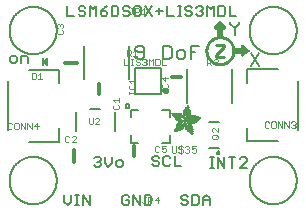
<source format=gbr>
G04 EAGLE Gerber RS-274X export*
G75*
%MOMM*%
%FSLAX34Y34*%
%LPD*%
%INSilkscreen Top*%
%IPPOS*%
%AMOC8*
5,1,8,0,0,1.08239X$1,22.5*%
G01*
%ADD10C,0.152400*%
%ADD11C,0.127000*%
%ADD12C,0.177800*%
%ADD13C,0.254000*%
%ADD14C,0.304800*%
%ADD15C,0.101600*%
%ADD16C,0.203200*%
%ADD17C,0.050800*%
%ADD18R,0.127000X0.762000*%
%ADD19R,0.034300X0.003800*%
%ADD20R,0.057200X0.003800*%
%ADD21R,0.076200X0.003800*%
%ADD22R,0.091400X0.003800*%
%ADD23R,0.102900X0.003800*%
%ADD24R,0.114300X0.003900*%
%ADD25R,0.129500X0.003800*%
%ADD26R,0.137200X0.003800*%
%ADD27R,0.144800X0.003800*%
%ADD28R,0.152400X0.003800*%
%ADD29R,0.160000X0.003800*%
%ADD30R,0.171500X0.003800*%
%ADD31R,0.175300X0.003800*%
%ADD32R,0.182900X0.003800*%
%ADD33R,0.190500X0.003800*%
%ADD34R,0.194300X0.003900*%
%ADD35R,0.201900X0.003800*%
%ADD36R,0.209500X0.003800*%
%ADD37R,0.213400X0.003800*%
%ADD38R,0.221000X0.003800*%
%ADD39R,0.224800X0.003800*%
%ADD40R,0.232400X0.003800*%
%ADD41R,0.240000X0.003800*%
%ADD42R,0.243800X0.003800*%
%ADD43R,0.247600X0.003800*%
%ADD44R,0.255300X0.003900*%
%ADD45R,0.259100X0.003800*%
%ADD46R,0.262900X0.003800*%
%ADD47R,0.270500X0.003800*%
%ADD48R,0.274300X0.003800*%
%ADD49R,0.281900X0.003800*%
%ADD50R,0.285700X0.003800*%
%ADD51R,0.289500X0.003800*%
%ADD52R,0.297200X0.003800*%
%ADD53R,0.301000X0.003800*%
%ADD54R,0.304800X0.003900*%
%ADD55R,0.312400X0.003800*%
%ADD56R,0.316200X0.003800*%
%ADD57R,0.320000X0.003800*%
%ADD58R,0.327600X0.003800*%
%ADD59R,0.331500X0.003800*%
%ADD60R,0.339100X0.003800*%
%ADD61R,0.342900X0.003800*%
%ADD62R,0.346700X0.003800*%
%ADD63R,0.354300X0.003800*%
%ADD64R,0.358100X0.003900*%
%ADD65R,0.361900X0.003800*%
%ADD66R,0.369600X0.003800*%
%ADD67R,0.373400X0.003800*%
%ADD68R,0.377200X0.003800*%
%ADD69R,0.384800X0.003800*%
%ADD70R,0.388600X0.003800*%
%ADD71R,0.396200X0.003800*%
%ADD72R,0.400000X0.003800*%
%ADD73R,0.403800X0.003800*%
%ADD74R,0.411500X0.003900*%
%ADD75R,0.415300X0.003800*%
%ADD76R,0.419100X0.003800*%
%ADD77R,0.045700X0.003800*%
%ADD78R,0.426700X0.003800*%
%ADD79R,0.072400X0.003800*%
%ADD80R,0.430500X0.003800*%
%ADD81R,0.095300X0.003800*%
%ADD82R,0.438100X0.003800*%
%ADD83R,0.110500X0.003800*%
%ADD84R,0.441900X0.003800*%
%ADD85R,0.445800X0.003800*%
%ADD86R,0.144700X0.003800*%
%ADD87R,0.453400X0.003800*%
%ADD88R,0.457200X0.003800*%
%ADD89R,0.175300X0.003900*%
%ADD90R,0.461000X0.003900*%
%ADD91R,0.468600X0.003800*%
%ADD92R,0.205800X0.003800*%
%ADD93R,0.472400X0.003800*%
%ADD94R,0.217200X0.003800*%
%ADD95R,0.476200X0.003800*%
%ADD96R,0.483900X0.003800*%
%ADD97R,0.247700X0.003800*%
%ADD98R,0.487700X0.003800*%
%ADD99R,0.495300X0.003800*%
%ADD100R,0.499100X0.003800*%
%ADD101R,0.502900X0.003800*%
%ADD102R,0.510500X0.003800*%
%ADD103R,0.308600X0.003900*%
%ADD104R,0.514300X0.003900*%
%ADD105R,0.323800X0.003800*%
%ADD106R,0.518100X0.003800*%
%ADD107R,0.335300X0.003800*%
%ADD108R,0.525800X0.003800*%
%ADD109R,0.529600X0.003800*%
%ADD110R,0.358100X0.003800*%
%ADD111R,0.533400X0.003800*%
%ADD112R,0.537200X0.003800*%
%ADD113R,0.381000X0.003800*%
%ADD114R,0.544800X0.003800*%
%ADD115R,0.392400X0.003800*%
%ADD116R,0.548600X0.003800*%
%ADD117R,0.552400X0.003800*%
%ADD118R,0.556200X0.003800*%
%ADD119R,0.422900X0.003900*%
%ADD120R,0.560100X0.003900*%
%ADD121R,0.434300X0.003800*%
%ADD122R,0.563900X0.003800*%
%ADD123R,0.567700X0.003800*%
%ADD124R,0.461000X0.003800*%
%ADD125R,0.571500X0.003800*%
%ADD126R,0.575300X0.003800*%
%ADD127R,0.480100X0.003800*%
%ADD128R,0.579100X0.003800*%
%ADD129R,0.491500X0.003800*%
%ADD130R,0.582900X0.003800*%
%ADD131R,0.586700X0.003800*%
%ADD132R,0.510600X0.003800*%
%ADD133R,0.590500X0.003800*%
%ADD134R,0.522000X0.003800*%
%ADD135R,0.594300X0.003800*%
%ADD136R,0.533400X0.003900*%
%ADD137R,0.598200X0.003900*%
%ADD138R,0.541000X0.003800*%
%ADD139R,0.602000X0.003800*%
%ADD140R,0.552500X0.003800*%
%ADD141R,0.605800X0.003800*%
%ADD142R,0.560100X0.003800*%
%ADD143R,0.609600X0.003800*%
%ADD144R,0.613400X0.003800*%
%ADD145R,0.583000X0.003800*%
%ADD146R,0.617200X0.003800*%
%ADD147R,0.594400X0.003800*%
%ADD148R,0.621000X0.003800*%
%ADD149R,0.598200X0.003800*%
%ADD150R,0.624800X0.003800*%
%ADD151R,0.613500X0.003900*%
%ADD152R,0.628600X0.003900*%
%ADD153R,0.632400X0.003800*%
%ADD154R,0.628600X0.003800*%
%ADD155R,0.636300X0.003800*%
%ADD156R,0.640100X0.003800*%
%ADD157R,0.636200X0.003800*%
%ADD158R,0.643900X0.003800*%
%ADD159R,0.647700X0.003800*%
%ADD160R,0.651500X0.003800*%
%ADD161R,0.659100X0.003800*%
%ADD162R,0.659100X0.003900*%
%ADD163R,0.655300X0.003900*%
%ADD164R,0.662900X0.003800*%
%ADD165R,0.655300X0.003800*%
%ADD166R,0.670500X0.003800*%
%ADD167R,0.670600X0.003800*%
%ADD168R,0.674400X0.003800*%
%ADD169R,0.682000X0.003800*%
%ADD170R,0.666700X0.003800*%
%ADD171R,0.685800X0.003800*%
%ADD172R,0.689600X0.003800*%
%ADD173R,0.693400X0.003900*%
%ADD174R,0.674400X0.003900*%
%ADD175R,0.697200X0.003800*%
%ADD176R,0.678200X0.003800*%
%ADD177R,0.697300X0.003800*%
%ADD178R,0.701100X0.003800*%
%ADD179R,0.704900X0.003800*%
%ADD180R,0.708700X0.003800*%
%ADD181R,0.712500X0.003800*%
%ADD182R,0.716300X0.003800*%
%ADD183R,0.720100X0.003900*%
%ADD184R,0.689600X0.003900*%
%ADD185R,0.720000X0.003800*%
%ADD186R,0.693400X0.003800*%
%ADD187R,0.723900X0.003800*%
%ADD188R,0.727700X0.003800*%
%ADD189R,0.731500X0.003800*%
%ADD190R,0.701000X0.003800*%
%ADD191R,0.735300X0.003800*%
%ADD192R,0.731500X0.003900*%
%ADD193R,0.701000X0.003900*%
%ADD194R,0.704800X0.003800*%
%ADD195R,0.739100X0.003800*%
%ADD196R,0.743000X0.003800*%
%ADD197R,0.739200X0.003800*%
%ADD198R,0.743000X0.003900*%
%ADD199R,0.704800X0.003900*%
%ADD200R,0.746800X0.003800*%
%ADD201R,0.746800X0.003900*%
%ADD202R,0.742900X0.003800*%
%ADD203R,0.746700X0.003800*%
%ADD204R,0.746700X0.003900*%
%ADD205R,1.428800X0.003800*%
%ADD206R,1.424900X0.003800*%
%ADD207R,1.421100X0.003900*%
%ADD208R,1.421100X0.003800*%
%ADD209R,1.417300X0.003800*%
%ADD210R,1.413500X0.003800*%
%ADD211R,1.409700X0.003800*%
%ADD212R,1.405900X0.003800*%
%ADD213R,1.402100X0.003800*%
%ADD214R,1.398300X0.003800*%
%ADD215R,0.983000X0.003900*%
%ADD216R,0.384800X0.003900*%
%ADD217R,0.971600X0.003800*%
%ADD218R,0.963900X0.003800*%
%ADD219R,0.956300X0.003800*%
%ADD220R,0.365800X0.003800*%
%ADD221R,0.952500X0.003800*%
%ADD222R,0.941000X0.003800*%
%ADD223R,0.358200X0.003800*%
%ADD224R,0.937200X0.003800*%
%ADD225R,0.933400X0.003800*%
%ADD226R,0.354400X0.003800*%
%ADD227R,0.925800X0.003800*%
%ADD228R,0.350500X0.003800*%
%ADD229R,0.922000X0.003800*%
%ADD230R,0.918200X0.003900*%
%ADD231R,0.346700X0.003900*%
%ADD232R,0.910600X0.003800*%
%ADD233R,0.906800X0.003800*%
%ADD234R,0.903000X0.003800*%
%ADD235R,0.339000X0.003800*%
%ADD236R,0.895300X0.003800*%
%ADD237R,0.335200X0.003800*%
%ADD238R,0.887700X0.003800*%
%ADD239R,0.883900X0.003800*%
%ADD240R,0.331400X0.003800*%
%ADD241R,0.880100X0.003800*%
%ADD242R,0.876300X0.003800*%
%ADD243R,0.468600X0.003900*%
%ADD244R,0.396200X0.003900*%
%ADD245R,0.323800X0.003900*%
%ADD246R,0.449600X0.003800*%
%ADD247R,0.323900X0.003800*%
%ADD248R,0.442000X0.003800*%
%ADD249R,0.434400X0.003800*%
%ADD250R,0.320100X0.003800*%
%ADD251R,0.316300X0.003800*%
%ADD252R,0.426800X0.003800*%
%ADD253R,0.327700X0.003800*%
%ADD254R,0.312500X0.003800*%
%ADD255R,0.422900X0.003800*%
%ADD256R,0.308600X0.003800*%
%ADD257R,0.293400X0.003800*%
%ADD258R,0.304800X0.003800*%
%ADD259R,0.419100X0.003900*%
%ADD260R,0.285700X0.003900*%
%ADD261R,0.301000X0.003900*%
%ADD262R,0.411500X0.003800*%
%ADD263R,0.407700X0.003800*%
%ADD264R,0.289600X0.003800*%
%ADD265R,0.285800X0.003800*%
%ADD266R,0.403900X0.003800*%
%ADD267R,0.228600X0.003800*%
%ADD268R,0.403900X0.003900*%
%ADD269R,0.221000X0.003900*%
%ADD270R,0.278100X0.003900*%
%ADD271R,0.400100X0.003800*%
%ADD272R,0.209600X0.003800*%
%ADD273R,0.266700X0.003800*%
%ADD274R,0.038100X0.003800*%
%ADD275R,0.194300X0.003800*%
%ADD276R,0.148600X0.003800*%
%ADD277R,0.259000X0.003800*%
%ADD278R,0.182800X0.003800*%
%ADD279R,0.186700X0.003800*%
%ADD280R,0.251400X0.003800*%
%ADD281R,0.179100X0.003800*%
%ADD282R,0.236200X0.003800*%
%ADD283R,0.243900X0.003900*%
%ADD284R,0.282000X0.003900*%
%ADD285R,0.167700X0.003800*%
%ADD286R,0.236300X0.003800*%
%ADD287R,0.396300X0.003800*%
%ADD288R,0.163900X0.003800*%
%ADD289R,0.392500X0.003800*%
%ADD290R,0.160100X0.003800*%
%ADD291R,0.586800X0.003800*%
%ADD292R,0.148500X0.003800*%
%ADD293R,0.140900X0.003800*%
%ADD294R,0.392400X0.003900*%
%ADD295R,0.140900X0.003900*%
%ADD296R,0.647700X0.003900*%
%ADD297R,0.133300X0.003800*%
%ADD298R,0.674300X0.003800*%
%ADD299R,0.388700X0.003800*%
%ADD300R,0.125700X0.003800*%
%ADD301R,0.121900X0.003800*%
%ADD302R,0.720100X0.003800*%
%ADD303R,0.118100X0.003800*%
%ADD304R,0.118100X0.003900*%
%ADD305R,0.739100X0.003900*%
%ADD306R,0.114300X0.003800*%
%ADD307R,0.754400X0.003800*%
%ADD308R,0.765800X0.003800*%
%ADD309R,0.773400X0.003800*%
%ADD310R,0.784800X0.003800*%
%ADD311R,0.118200X0.003800*%
%ADD312R,0.792500X0.003800*%
%ADD313R,0.803900X0.003800*%
%ADD314R,0.122000X0.003800*%
%ADD315R,0.815400X0.003800*%
%ADD316R,0.125800X0.003800*%
%ADD317R,0.826800X0.003800*%
%ADD318R,0.369500X0.003900*%
%ADD319R,0.133400X0.003900*%
%ADD320R,0.842000X0.003900*%
%ADD321R,0.365700X0.003800*%
%ADD322R,1.009700X0.003800*%
%ADD323R,1.013500X0.003800*%
%ADD324R,0.362000X0.003800*%
%ADD325R,1.024900X0.003800*%
%ADD326R,1.028700X0.003800*%
%ADD327R,1.036300X0.003800*%
%ADD328R,1.047800X0.003800*%
%ADD329R,1.055400X0.003800*%
%ADD330R,1.070600X0.003800*%
%ADD331R,0.030500X0.003800*%
%ADD332R,1.436400X0.003800*%
%ADD333R,1.562100X0.003900*%
%ADD334R,1.588700X0.003800*%
%ADD335R,1.607800X0.003800*%
%ADD336R,1.626900X0.003800*%
%ADD337R,1.642100X0.003800*%
%ADD338R,1.657400X0.003800*%
%ADD339R,1.676400X0.003800*%
%ADD340R,1.687800X0.003800*%
%ADD341R,1.703000X0.003800*%
%ADD342R,1.714500X0.003800*%
%ADD343R,1.726000X0.003900*%
%ADD344R,1.741200X0.003800*%
%ADD345R,0.914400X0.003800*%
%ADD346R,0.769600X0.003800*%
%ADD347R,0.884000X0.003800*%
%ADD348R,0.712400X0.003800*%
%ADD349R,0.880100X0.003900*%
%ADD350R,0.887800X0.003800*%
%ADD351R,0.891600X0.003800*%
%ADD352R,0.895400X0.003800*%
%ADD353R,0.251500X0.003800*%
%ADD354R,0.579200X0.003900*%
%ADD355R,0.243900X0.003800*%
%ADD356R,0.556300X0.003800*%
%ADD357R,0.255200X0.003800*%
%ADD358R,0.529500X0.003800*%
%ADD359R,0.731600X0.003800*%
%ADD360R,0.525800X0.003900*%
%ADD361R,0.281900X0.003900*%
%ADD362R,0.735400X0.003900*%
%ADD363R,0.300900X0.003800*%
%ADD364R,0.762000X0.003800*%
%ADD365R,0.518200X0.003800*%
%ADD366R,0.350600X0.003800*%
%ADD367R,0.796300X0.003800*%
%ADD368R,0.807800X0.003800*%
%ADD369R,0.506700X0.003800*%
%ADD370R,0.849600X0.003800*%
%ADD371R,0.506700X0.003900*%
%ADD372R,1.371600X0.003900*%
%ADD373R,1.207800X0.003800*%
%ADD374R,0.503000X0.003800*%
%ADD375R,0.141000X0.003800*%
%ADD376R,1.203900X0.003800*%
%ADD377R,1.204000X0.003800*%
%ADD378R,1.200200X0.003800*%
%ADD379R,0.499100X0.003900*%
%ADD380R,0.156200X0.003900*%
%ADD381R,1.196400X0.003900*%
%ADD382R,1.196400X0.003800*%
%ADD383R,0.163800X0.003800*%
%ADD384R,0.167600X0.003800*%
%ADD385R,1.192500X0.003800*%
%ADD386R,0.499200X0.003800*%
%ADD387R,1.188700X0.003800*%
%ADD388R,0.506800X0.003800*%
%ADD389R,1.184900X0.003800*%
%ADD390R,0.510600X0.003900*%
%ADD391R,0.209600X0.003900*%
%ADD392R,1.181100X0.003900*%
%ADD393R,0.514400X0.003800*%
%ADD394R,1.181100X0.003800*%
%ADD395R,1.177300X0.003800*%
%ADD396R,0.240100X0.003800*%
%ADD397R,1.173500X0.003800*%
%ADD398R,1.169700X0.003800*%
%ADD399R,1.165900X0.003800*%
%ADD400R,1.162100X0.003800*%
%ADD401R,0.929700X0.003900*%
%ADD402R,1.162100X0.003900*%
%ADD403R,0.929700X0.003800*%
%ADD404R,1.154500X0.003800*%
%ADD405R,0.933500X0.003800*%
%ADD406R,1.150600X0.003800*%
%ADD407R,0.937300X0.003800*%
%ADD408R,1.146800X0.003800*%
%ADD409R,0.941100X0.003800*%
%ADD410R,1.139200X0.003800*%
%ADD411R,0.944900X0.003800*%
%ADD412R,1.135400X0.003800*%
%ADD413R,0.948700X0.003800*%
%ADD414R,1.127800X0.003800*%
%ADD415R,1.124000X0.003800*%
%ADD416R,1.116400X0.003800*%
%ADD417R,0.956300X0.003900*%
%ADD418R,1.104900X0.003900*%
%ADD419R,0.960100X0.003800*%
%ADD420R,1.093500X0.003800*%
%ADD421R,1.085900X0.003800*%
%ADD422R,0.967800X0.003800*%
%ADD423R,1.074500X0.003800*%
%ADD424R,1.063000X0.003800*%
%ADD425R,0.975400X0.003800*%
%ADD426R,1.036400X0.003800*%
%ADD427R,0.979200X0.003800*%
%ADD428R,1.021000X0.003800*%
%ADD429R,0.983000X0.003800*%
%ADD430R,1.009600X0.003800*%
%ADD431R,0.986800X0.003800*%
%ADD432R,0.998200X0.003800*%
%ADD433R,0.990600X0.003900*%
%ADD434R,0.986700X0.003900*%
%ADD435R,0.994400X0.003800*%
%ADD436R,0.975300X0.003800*%
%ADD437R,0.948600X0.003800*%
%ADD438R,1.002000X0.003800*%
%ADD439R,0.213300X0.003800*%
%ADD440R,0.217100X0.003800*%
%ADD441R,1.017300X0.003800*%
%ADD442R,0.666800X0.003800*%
%ADD443R,0.220900X0.003800*%
%ADD444R,1.028700X0.003900*%
%ADD445R,0.224700X0.003900*%
%ADD446R,1.032500X0.003800*%
%ADD447R,1.040100X0.003800*%
%ADD448R,1.043900X0.003800*%
%ADD449R,0.548700X0.003800*%
%ADD450R,1.051500X0.003800*%
%ADD451R,1.055300X0.003800*%
%ADD452R,1.059100X0.003800*%
%ADD453R,1.062900X0.003800*%
%ADD454R,0.255300X0.003800*%
%ADD455R,1.066800X0.003900*%
%ADD456R,0.259100X0.003900*%
%ADD457R,0.457200X0.003900*%
%ADD458R,0.423000X0.003800*%
%ADD459R,1.082100X0.003800*%
%ADD460R,0.274400X0.003800*%
%ADD461R,0.278200X0.003800*%
%ADD462R,1.101100X0.003800*%
%ADD463R,0.278100X0.003800*%
%ADD464R,0.876300X0.003900*%
%ADD465R,0.236200X0.003900*%
%ADD466R,0.289600X0.003900*%
%ADD467R,0.247700X0.003900*%
%ADD468R,0.049500X0.003800*%
%ADD469R,0.640100X0.003900*%
%ADD470R,0.659200X0.003800*%
%ADD471R,0.663000X0.003800*%
%ADD472R,0.872500X0.003900*%
%ADD473R,0.666800X0.003900*%
%ADD474R,0.872500X0.003800*%
%ADD475R,0.868700X0.003800*%
%ADD476R,0.864900X0.003800*%
%ADD477R,0.861100X0.003800*%
%ADD478R,0.857300X0.003800*%
%ADD479R,0.853400X0.003800*%
%ADD480R,0.845800X0.003800*%
%ADD481R,0.682000X0.003900*%
%ADD482R,0.842000X0.003800*%
%ADD483R,0.834400X0.003800*%
%ADD484R,0.823000X0.003800*%
%ADD485R,0.815300X0.003800*%
%ADD486R,0.811500X0.003800*%
%ADD487R,0.788700X0.003800*%
%ADD488R,0.777300X0.003900*%
%ADD489R,0.750600X0.003800*%
%ADD490R,0.735400X0.003800*%
%ADD491R,0.727800X0.003800*%
%ADD492R,0.628700X0.003800*%
%ADD493R,0.575400X0.003800*%
%ADD494R,0.670600X0.003900*%
%ADD495R,0.655400X0.003800*%
%ADD496R,0.651500X0.003900*%
%ADD497R,0.624800X0.003900*%
%ADD498R,0.594400X0.003900*%
%ADD499R,0.563900X0.003900*%
%ADD500R,0.541100X0.003800*%
%ADD501R,0.537300X0.003800*%
%ADD502R,0.525700X0.003800*%
%ADD503R,0.525700X0.003900*%
%ADD504R,0.514300X0.003800*%
%ADD505R,0.480100X0.003900*%
%ADD506R,0.464800X0.003800*%
%ADD507R,0.442000X0.003900*%
%ADD508R,0.438200X0.003800*%
%ADD509R,0.430600X0.003800*%
%ADD510R,0.407600X0.003800*%
%ADD511R,0.403800X0.003900*%
%ADD512R,0.365700X0.003900*%
%ADD513R,0.327700X0.003900*%
%ADD514R,0.243800X0.003900*%
%ADD515R,0.205800X0.003900*%
%ADD516R,0.198100X0.003800*%
%ADD517R,0.163800X0.003900*%
%ADD518R,0.137100X0.003800*%
%ADD519R,0.091500X0.003900*%
%ADD520R,0.060900X0.003800*%

G36*
X202732Y130181D02*
X202732Y130181D01*
X202842Y130188D01*
X202889Y130203D01*
X202938Y130210D01*
X203040Y130252D01*
X203144Y130286D01*
X203186Y130313D01*
X203232Y130331D01*
X203367Y130420D01*
X208447Y134230D01*
X208497Y134278D01*
X208551Y134317D01*
X208594Y134369D01*
X208650Y134421D01*
X208661Y134437D01*
X208675Y134451D01*
X208715Y134516D01*
X208753Y134562D01*
X208779Y134617D01*
X208825Y134686D01*
X208831Y134705D01*
X208841Y134722D01*
X208866Y134801D01*
X208889Y134850D01*
X208899Y134904D01*
X208928Y134987D01*
X208929Y135007D01*
X208935Y135026D01*
X208939Y135114D01*
X208949Y135162D01*
X208946Y135212D01*
X208953Y135304D01*
X208950Y135324D01*
X208950Y135343D01*
X208932Y135434D01*
X208929Y135480D01*
X208915Y135524D01*
X208898Y135618D01*
X208890Y135636D01*
X208886Y135655D01*
X208844Y135741D01*
X208831Y135782D01*
X208807Y135819D01*
X208768Y135908D01*
X208755Y135923D01*
X208747Y135941D01*
X208684Y136014D01*
X208661Y136051D01*
X208629Y136081D01*
X208569Y136156D01*
X208548Y136174D01*
X208540Y136183D01*
X208524Y136194D01*
X208447Y136260D01*
X203367Y140070D01*
X203362Y140073D01*
X203358Y140077D01*
X203321Y140097D01*
X203286Y140126D01*
X203186Y140173D01*
X203090Y140228D01*
X203042Y140241D01*
X202998Y140262D01*
X202890Y140283D01*
X202783Y140312D01*
X202734Y140312D01*
X202686Y140322D01*
X202632Y140318D01*
X202611Y140320D01*
X202605Y140320D01*
X202567Y140315D01*
X202465Y140317D01*
X202417Y140305D01*
X202368Y140302D01*
X202307Y140282D01*
X202289Y140280D01*
X202253Y140266D01*
X202156Y140242D01*
X202112Y140219D01*
X202066Y140204D01*
X202012Y140170D01*
X201994Y140163D01*
X201960Y140138D01*
X201875Y140093D01*
X201839Y140060D01*
X201797Y140034D01*
X201756Y139990D01*
X201736Y139976D01*
X201707Y139940D01*
X201640Y139879D01*
X201613Y139838D01*
X201579Y139802D01*
X201552Y139753D01*
X201534Y139731D01*
X201511Y139684D01*
X201465Y139614D01*
X201449Y139567D01*
X201425Y139524D01*
X201413Y139474D01*
X201398Y139443D01*
X201387Y139385D01*
X201362Y139313D01*
X201358Y139264D01*
X201346Y139216D01*
X201342Y139149D01*
X201338Y139131D01*
X201339Y139113D01*
X201336Y139055D01*
X201336Y137784D01*
X196255Y137784D01*
X196137Y137769D01*
X196018Y137762D01*
X195980Y137749D01*
X195939Y137744D01*
X195829Y137701D01*
X195716Y137664D01*
X195681Y137642D01*
X195644Y137627D01*
X195548Y137558D01*
X195447Y137494D01*
X195419Y137464D01*
X195386Y137441D01*
X195311Y137349D01*
X195229Y137262D01*
X195209Y137227D01*
X195184Y137196D01*
X195133Y137088D01*
X195075Y136984D01*
X195065Y136944D01*
X195048Y136908D01*
X195026Y136791D01*
X194996Y136676D01*
X194992Y136616D01*
X194988Y136596D01*
X194988Y136593D01*
X194989Y136574D01*
X194986Y136515D01*
X194986Y133975D01*
X195001Y133857D01*
X195008Y133738D01*
X195021Y133700D01*
X195026Y133659D01*
X195069Y133549D01*
X195106Y133436D01*
X195128Y133401D01*
X195143Y133364D01*
X195213Y133268D01*
X195276Y133167D01*
X195306Y133139D01*
X195329Y133106D01*
X195421Y133031D01*
X195508Y132949D01*
X195543Y132929D01*
X195574Y132904D01*
X195682Y132853D01*
X195786Y132795D01*
X195826Y132785D01*
X195862Y132768D01*
X195979Y132746D01*
X196094Y132716D01*
X196155Y132712D01*
X196175Y132708D01*
X196195Y132710D01*
X196255Y132706D01*
X201336Y132706D01*
X201336Y131435D01*
X201342Y131386D01*
X201340Y131337D01*
X201362Y131229D01*
X201376Y131119D01*
X201394Y131074D01*
X201404Y131025D01*
X201452Y130926D01*
X201493Y130824D01*
X201522Y130784D01*
X201543Y130739D01*
X201615Y130656D01*
X201679Y130566D01*
X201718Y130535D01*
X201750Y130497D01*
X201840Y130434D01*
X201924Y130364D01*
X201969Y130343D01*
X202010Y130314D01*
X202113Y130275D01*
X202212Y130228D01*
X202261Y130219D01*
X202307Y130201D01*
X202417Y130189D01*
X202525Y130168D01*
X202574Y130171D01*
X202623Y130166D01*
X202732Y130181D01*
G37*
G36*
X184863Y146711D02*
X184863Y146711D01*
X184982Y146718D01*
X185020Y146731D01*
X185061Y146736D01*
X185171Y146779D01*
X185284Y146816D01*
X185319Y146838D01*
X185356Y146853D01*
X185452Y146923D01*
X185553Y146986D01*
X185581Y147016D01*
X185614Y147039D01*
X185690Y147131D01*
X185771Y147218D01*
X185791Y147253D01*
X185816Y147284D01*
X185867Y147392D01*
X185925Y147496D01*
X185935Y147536D01*
X185952Y147572D01*
X185974Y147689D01*
X186004Y147804D01*
X186008Y147865D01*
X186012Y147885D01*
X186010Y147905D01*
X186014Y147965D01*
X186014Y153046D01*
X187285Y153046D01*
X187334Y153052D01*
X187383Y153050D01*
X187491Y153072D01*
X187601Y153086D01*
X187646Y153104D01*
X187695Y153114D01*
X187794Y153162D01*
X187896Y153203D01*
X187936Y153232D01*
X187981Y153253D01*
X188064Y153325D01*
X188154Y153389D01*
X188185Y153428D01*
X188223Y153460D01*
X188286Y153550D01*
X188356Y153634D01*
X188377Y153679D01*
X188406Y153720D01*
X188445Y153823D01*
X188492Y153922D01*
X188501Y153971D01*
X188519Y154017D01*
X188531Y154127D01*
X188552Y154235D01*
X188549Y154284D01*
X188554Y154333D01*
X188539Y154442D01*
X188532Y154552D01*
X188517Y154599D01*
X188510Y154648D01*
X188468Y154750D01*
X188434Y154854D01*
X188407Y154896D01*
X188389Y154942D01*
X188300Y155077D01*
X184490Y160157D01*
X184472Y160176D01*
X184459Y160196D01*
X184386Y160265D01*
X184299Y160360D01*
X184283Y160371D01*
X184269Y160385D01*
X184238Y160404D01*
X184227Y160414D01*
X184172Y160445D01*
X184150Y160458D01*
X184034Y160535D01*
X184015Y160541D01*
X183998Y160551D01*
X183953Y160565D01*
X183949Y160568D01*
X183926Y160574D01*
X183865Y160593D01*
X183733Y160638D01*
X183713Y160639D01*
X183694Y160645D01*
X183612Y160649D01*
X183498Y160656D01*
X183416Y160663D01*
X183396Y160660D01*
X183377Y160660D01*
X183240Y160632D01*
X183160Y160618D01*
X183154Y160618D01*
X183153Y160617D01*
X183102Y160608D01*
X183084Y160600D01*
X183065Y160596D01*
X182940Y160535D01*
X182898Y160516D01*
X182859Y160501D01*
X182851Y160495D01*
X182813Y160478D01*
X182797Y160465D01*
X182779Y160457D01*
X182673Y160366D01*
X182670Y160363D01*
X182601Y160314D01*
X182589Y160299D01*
X182564Y160279D01*
X182546Y160258D01*
X182537Y160250D01*
X182526Y160234D01*
X182460Y160157D01*
X178650Y155077D01*
X178625Y155034D01*
X178594Y154996D01*
X178547Y154896D01*
X178492Y154800D01*
X178479Y154752D01*
X178458Y154708D01*
X178437Y154600D01*
X178408Y154493D01*
X178408Y154444D01*
X178398Y154396D01*
X178405Y154286D01*
X178403Y154175D01*
X178415Y154127D01*
X178418Y154078D01*
X178452Y153974D01*
X178478Y153866D01*
X178501Y153822D01*
X178516Y153776D01*
X178575Y153683D01*
X178627Y153585D01*
X178660Y153549D01*
X178686Y153507D01*
X178767Y153431D01*
X178841Y153350D01*
X178882Y153323D01*
X178918Y153289D01*
X179014Y153236D01*
X179106Y153175D01*
X179153Y153159D01*
X179196Y153135D01*
X179303Y153108D01*
X179407Y153072D01*
X179456Y153068D01*
X179504Y153056D01*
X179665Y153046D01*
X180936Y153046D01*
X180936Y147965D01*
X180951Y147847D01*
X180958Y147728D01*
X180971Y147690D01*
X180976Y147649D01*
X181019Y147539D01*
X181056Y147426D01*
X181078Y147391D01*
X181093Y147354D01*
X181163Y147258D01*
X181226Y147157D01*
X181256Y147129D01*
X181279Y147096D01*
X181371Y147021D01*
X181458Y146939D01*
X181493Y146919D01*
X181524Y146894D01*
X181632Y146843D01*
X181736Y146785D01*
X181776Y146775D01*
X181812Y146758D01*
X181929Y146736D01*
X182044Y146706D01*
X182105Y146702D01*
X182125Y146698D01*
X182145Y146700D01*
X182205Y146696D01*
X184745Y146696D01*
X184863Y146711D01*
G37*
G36*
X37348Y122433D02*
X37348Y122433D01*
X37377Y122430D01*
X37469Y122450D01*
X37562Y122463D01*
X37589Y122476D01*
X37618Y122482D01*
X37698Y122530D01*
X37782Y122572D01*
X37803Y122593D01*
X37829Y122608D01*
X37890Y122680D01*
X37956Y122746D01*
X37969Y122772D01*
X37989Y122795D01*
X38024Y122882D01*
X38066Y122966D01*
X38070Y122996D01*
X38081Y123023D01*
X38099Y123190D01*
X38099Y128270D01*
X38094Y128299D01*
X38097Y128329D01*
X38075Y128420D01*
X38060Y128513D01*
X38046Y128539D01*
X38039Y128568D01*
X37988Y128647D01*
X37944Y128730D01*
X37923Y128751D01*
X37907Y128776D01*
X37834Y128835D01*
X37766Y128900D01*
X37739Y128912D01*
X37716Y128931D01*
X37628Y128964D01*
X37543Y129003D01*
X37513Y129006D01*
X37486Y129017D01*
X37392Y129020D01*
X37299Y129030D01*
X37269Y129024D01*
X37240Y129025D01*
X37150Y128998D01*
X37058Y128978D01*
X37033Y128963D01*
X37004Y128954D01*
X36862Y128864D01*
X33687Y126324D01*
X33618Y126247D01*
X33545Y126174D01*
X33536Y126157D01*
X33523Y126142D01*
X33481Y126046D01*
X33435Y125954D01*
X33433Y125934D01*
X33425Y125916D01*
X33416Y125813D01*
X33402Y125710D01*
X33406Y125691D01*
X33404Y125671D01*
X33429Y125570D01*
X33448Y125468D01*
X33458Y125451D01*
X33462Y125432D01*
X33518Y125345D01*
X33569Y125254D01*
X33586Y125237D01*
X33594Y125224D01*
X33619Y125204D01*
X33687Y125136D01*
X36862Y122596D01*
X36888Y122581D01*
X36910Y122561D01*
X36995Y122521D01*
X37077Y122475D01*
X37106Y122469D01*
X37133Y122457D01*
X37226Y122447D01*
X37318Y122429D01*
X37348Y122433D01*
G37*
D10*
X51788Y13215D02*
X51788Y7453D01*
X54670Y4572D01*
X57551Y7453D01*
X57551Y13215D01*
X61144Y4572D02*
X64025Y4572D01*
X62584Y4572D02*
X62584Y13215D01*
X61144Y13215D02*
X64025Y13215D01*
X67380Y13215D02*
X67380Y4572D01*
X73143Y4572D02*
X67380Y13215D01*
X73143Y13215D02*
X73143Y4572D01*
X76899Y44160D02*
X78340Y45600D01*
X81221Y45600D01*
X82661Y44160D01*
X82661Y42719D01*
X81221Y41279D01*
X79780Y41279D01*
X81221Y41279D02*
X82661Y39838D01*
X82661Y38398D01*
X81221Y36957D01*
X78340Y36957D01*
X76899Y38398D01*
X86254Y39838D02*
X86254Y45600D01*
X86254Y39838D02*
X89136Y36957D01*
X92017Y39838D01*
X92017Y45600D01*
X97050Y36957D02*
X99931Y36957D01*
X101372Y38398D01*
X101372Y41279D01*
X99931Y42719D01*
X97050Y42719D01*
X95610Y41279D01*
X95610Y38398D01*
X97050Y36957D01*
X105351Y13215D02*
X106791Y11775D01*
X105351Y13215D02*
X102470Y13215D01*
X101029Y11775D01*
X101029Y6013D01*
X102470Y4572D01*
X105351Y4572D01*
X106791Y6013D01*
X106791Y8894D01*
X103910Y8894D01*
X110384Y13215D02*
X110384Y4572D01*
X116147Y4572D02*
X110384Y13215D01*
X116147Y13215D02*
X116147Y4572D01*
X119740Y4572D02*
X119740Y13215D01*
X119740Y4572D02*
X124061Y4572D01*
X125502Y6013D01*
X125502Y11775D01*
X124061Y13215D01*
X119740Y13215D01*
X132191Y44795D02*
X130751Y46235D01*
X127870Y46235D01*
X126429Y44795D01*
X126429Y43354D01*
X127870Y41914D01*
X130751Y41914D01*
X132191Y40473D01*
X132191Y39033D01*
X130751Y37592D01*
X127870Y37592D01*
X126429Y39033D01*
X140106Y46235D02*
X141547Y44795D01*
X140106Y46235D02*
X137225Y46235D01*
X135784Y44795D01*
X135784Y39033D01*
X137225Y37592D01*
X140106Y37592D01*
X141547Y39033D01*
X145140Y37592D02*
X145140Y46235D01*
X145140Y37592D02*
X150902Y37592D01*
X175381Y36322D02*
X178262Y36322D01*
X176821Y36322D02*
X176821Y44965D01*
X175381Y44965D02*
X178262Y44965D01*
X181618Y44965D02*
X181618Y36322D01*
X187380Y36322D02*
X181618Y44965D01*
X187380Y44965D02*
X187380Y36322D01*
X193854Y36322D02*
X193854Y44965D01*
X190973Y44965D02*
X196735Y44965D01*
X200328Y36322D02*
X206090Y36322D01*
X200328Y36322D02*
X206090Y42084D01*
X206090Y43525D01*
X204650Y44965D01*
X201769Y44965D01*
X200328Y43525D01*
X156321Y11775D02*
X154881Y13215D01*
X152000Y13215D01*
X150559Y11775D01*
X150559Y10334D01*
X152000Y8894D01*
X154881Y8894D01*
X156321Y7453D01*
X156321Y6013D01*
X154881Y4572D01*
X152000Y4572D01*
X150559Y6013D01*
X159914Y4572D02*
X159914Y13215D01*
X159914Y4572D02*
X164236Y4572D01*
X165677Y6013D01*
X165677Y11775D01*
X164236Y13215D01*
X159914Y13215D01*
X169270Y10334D02*
X169270Y4572D01*
X169270Y10334D02*
X172151Y13215D01*
X175032Y10334D01*
X175032Y4572D01*
X175032Y8894D02*
X169270Y8894D01*
D11*
X10164Y125095D02*
X7198Y125095D01*
X10164Y125095D02*
X11647Y126578D01*
X11647Y129544D01*
X10164Y131027D01*
X7198Y131027D01*
X5715Y129544D01*
X5715Y126578D01*
X7198Y125095D01*
X15070Y125095D02*
X15070Y131027D01*
X19519Y131027D01*
X21002Y129544D01*
X21002Y125095D01*
D12*
X192435Y157943D02*
X192435Y159765D01*
X192435Y157943D02*
X196079Y154300D01*
X199723Y157943D01*
X199723Y159765D01*
X196079Y154300D02*
X196079Y148834D01*
X209764Y133115D02*
X217052Y122184D01*
X209764Y122184D02*
X217052Y133115D01*
D13*
X187079Y140354D02*
X180300Y140354D01*
X187079Y140354D02*
X187079Y138659D01*
X180300Y131880D01*
X180300Y130185D01*
X187079Y130185D01*
X183555Y123815D02*
X183831Y123818D01*
X184107Y123828D01*
X184383Y123845D01*
X184658Y123868D01*
X184933Y123898D01*
X185207Y123935D01*
X185479Y123978D01*
X185751Y124028D01*
X186021Y124084D01*
X186290Y124147D01*
X186558Y124216D01*
X186823Y124292D01*
X187087Y124374D01*
X187349Y124463D01*
X187608Y124558D01*
X187865Y124659D01*
X188120Y124766D01*
X188372Y124879D01*
X188621Y124999D01*
X188867Y125124D01*
X189110Y125256D01*
X189350Y125393D01*
X189586Y125536D01*
X189819Y125684D01*
X190048Y125838D01*
X190273Y125998D01*
X190495Y126163D01*
X190712Y126333D01*
X190926Y126509D01*
X191134Y126690D01*
X191339Y126875D01*
X191539Y127066D01*
X191734Y127261D01*
X191925Y127461D01*
X192110Y127666D01*
X192291Y127874D01*
X192467Y128088D01*
X192637Y128305D01*
X192802Y128527D01*
X192962Y128752D01*
X193116Y128981D01*
X193264Y129214D01*
X193407Y129450D01*
X193544Y129690D01*
X193676Y129933D01*
X193801Y130179D01*
X193921Y130428D01*
X194034Y130680D01*
X194141Y130935D01*
X194242Y131192D01*
X194337Y131451D01*
X194426Y131713D01*
X194508Y131977D01*
X194584Y132242D01*
X194653Y132510D01*
X194716Y132779D01*
X194772Y133049D01*
X194822Y133321D01*
X194865Y133593D01*
X194902Y133867D01*
X194932Y134142D01*
X194955Y134417D01*
X194972Y134693D01*
X194982Y134969D01*
X194985Y135245D01*
X183555Y123815D02*
X183279Y123818D01*
X183003Y123828D01*
X182727Y123845D01*
X182452Y123868D01*
X182177Y123898D01*
X181903Y123935D01*
X181631Y123978D01*
X181359Y124028D01*
X181089Y124084D01*
X180820Y124147D01*
X180552Y124216D01*
X180287Y124292D01*
X180023Y124374D01*
X179761Y124463D01*
X179502Y124558D01*
X179245Y124659D01*
X178990Y124766D01*
X178738Y124879D01*
X178489Y124999D01*
X178243Y125124D01*
X178000Y125256D01*
X177760Y125393D01*
X177524Y125536D01*
X177291Y125684D01*
X177062Y125838D01*
X176837Y125998D01*
X176615Y126163D01*
X176398Y126333D01*
X176184Y126509D01*
X175976Y126690D01*
X175771Y126875D01*
X175571Y127066D01*
X175376Y127261D01*
X175185Y127461D01*
X175000Y127666D01*
X174819Y127874D01*
X174643Y128088D01*
X174473Y128305D01*
X174308Y128527D01*
X174148Y128752D01*
X173994Y128981D01*
X173846Y129214D01*
X173703Y129450D01*
X173566Y129690D01*
X173434Y129933D01*
X173309Y130179D01*
X173189Y130428D01*
X173076Y130680D01*
X172969Y130935D01*
X172868Y131192D01*
X172773Y131451D01*
X172684Y131713D01*
X172602Y131977D01*
X172526Y132242D01*
X172457Y132510D01*
X172394Y132779D01*
X172338Y133049D01*
X172288Y133321D01*
X172245Y133593D01*
X172208Y133867D01*
X172178Y134142D01*
X172155Y134417D01*
X172138Y134693D01*
X172128Y134969D01*
X172125Y135245D01*
X172128Y135521D01*
X172138Y135797D01*
X172155Y136073D01*
X172178Y136348D01*
X172208Y136623D01*
X172245Y136897D01*
X172288Y137169D01*
X172338Y137441D01*
X172394Y137711D01*
X172457Y137980D01*
X172526Y138248D01*
X172602Y138513D01*
X172684Y138777D01*
X172773Y139039D01*
X172868Y139298D01*
X172969Y139555D01*
X173076Y139810D01*
X173189Y140062D01*
X173309Y140311D01*
X173434Y140557D01*
X173566Y140800D01*
X173703Y141040D01*
X173846Y141276D01*
X173994Y141509D01*
X174148Y141738D01*
X174308Y141963D01*
X174473Y142185D01*
X174643Y142402D01*
X174819Y142616D01*
X175000Y142824D01*
X175185Y143029D01*
X175376Y143229D01*
X175571Y143424D01*
X175771Y143615D01*
X175976Y143800D01*
X176184Y143981D01*
X176398Y144157D01*
X176615Y144327D01*
X176837Y144492D01*
X177062Y144652D01*
X177291Y144806D01*
X177524Y144954D01*
X177760Y145097D01*
X178000Y145234D01*
X178243Y145366D01*
X178489Y145491D01*
X178738Y145611D01*
X178990Y145724D01*
X179245Y145831D01*
X179502Y145932D01*
X179761Y146027D01*
X180023Y146116D01*
X180287Y146198D01*
X180552Y146274D01*
X180820Y146343D01*
X181089Y146406D01*
X181359Y146462D01*
X181631Y146512D01*
X181903Y146555D01*
X182177Y146592D01*
X182452Y146622D01*
X182727Y146645D01*
X183003Y146662D01*
X183279Y146672D01*
X183555Y146675D01*
X183828Y146677D01*
X184102Y146672D01*
X184375Y146660D01*
X184647Y146641D01*
X184920Y146616D01*
X185191Y146584D01*
X185462Y146546D01*
X185731Y146501D01*
X186000Y146450D01*
X186267Y146392D01*
X186533Y146327D01*
X186797Y146256D01*
X187059Y146179D01*
X187319Y146095D01*
X187577Y146005D01*
X187833Y145909D01*
X188086Y145807D01*
X188337Y145698D01*
X188586Y145584D01*
X188831Y145463D01*
X189073Y145337D01*
X189312Y145204D01*
X189548Y145066D01*
X189781Y144922D01*
X190009Y144773D01*
X190235Y144618D01*
X190456Y144457D01*
X190673Y144291D01*
X190887Y144120D01*
X191096Y143944D01*
X191300Y143763D01*
X191500Y143577D01*
X191696Y143386D01*
X191887Y143190D01*
X192073Y142990D01*
X192254Y142786D01*
X192430Y142577D01*
X192601Y142363D01*
X192767Y142146D01*
X192928Y141925D01*
X193083Y141699D01*
X193232Y141471D01*
X193376Y141238D01*
X193514Y141002D01*
X193647Y140763D01*
X193773Y140521D01*
X193894Y140276D01*
X194008Y140027D01*
X194117Y139776D01*
X194219Y139523D01*
X194315Y139267D01*
X194405Y139009D01*
X194489Y138749D01*
X194566Y138487D01*
X194637Y138223D01*
X194702Y137957D01*
X194760Y137690D01*
X194811Y137421D01*
X194856Y137152D01*
X194894Y136881D01*
X194926Y136610D01*
X194951Y136337D01*
X194970Y136065D01*
X194982Y135792D01*
X194987Y135518D01*
X194985Y135245D01*
D10*
X54480Y164592D02*
X54480Y173235D01*
X54480Y164592D02*
X60242Y164592D01*
X68157Y173235D02*
X69597Y171795D01*
X68157Y173235D02*
X65275Y173235D01*
X63835Y171795D01*
X63835Y170354D01*
X65275Y168914D01*
X68157Y168914D01*
X69597Y167473D01*
X69597Y166033D01*
X68157Y164592D01*
X65275Y164592D01*
X63835Y166033D01*
X73190Y164592D02*
X73190Y173235D01*
X76071Y170354D01*
X78952Y173235D01*
X78952Y164592D01*
X85426Y171795D02*
X88307Y173235D01*
X85426Y171795D02*
X82545Y168914D01*
X82545Y166033D01*
X83986Y164592D01*
X86867Y164592D01*
X88307Y166033D01*
X88307Y167473D01*
X86867Y168914D01*
X82545Y168914D01*
X91900Y173235D02*
X91900Y164592D01*
X96222Y164592D01*
X97663Y166033D01*
X97663Y171795D01*
X96222Y173235D01*
X91900Y173235D01*
X105577Y173235D02*
X107018Y171795D01*
X105577Y173235D02*
X102696Y173235D01*
X101256Y171795D01*
X101256Y170354D01*
X102696Y168914D01*
X105577Y168914D01*
X107018Y167473D01*
X107018Y166033D01*
X105577Y164592D01*
X102696Y164592D01*
X101256Y166033D01*
X112051Y173235D02*
X114932Y173235D01*
X112051Y173235D02*
X110611Y171795D01*
X110611Y166033D01*
X112051Y164592D01*
X114932Y164592D01*
X116373Y166033D01*
X116373Y171795D01*
X114932Y173235D01*
X119966Y173235D02*
X125728Y164592D01*
X119966Y164592D02*
X125728Y173235D01*
X129321Y168914D02*
X135083Y168914D01*
X132202Y171795D02*
X132202Y166033D01*
X138676Y164592D02*
X138676Y173235D01*
X138676Y164592D02*
X144439Y164592D01*
X148032Y164592D02*
X150913Y164592D01*
X149472Y164592D02*
X149472Y173235D01*
X148032Y173235D02*
X150913Y173235D01*
X158590Y173235D02*
X160031Y171795D01*
X158590Y173235D02*
X155709Y173235D01*
X154268Y171795D01*
X154268Y170354D01*
X155709Y168914D01*
X158590Y168914D01*
X160031Y167473D01*
X160031Y166033D01*
X158590Y164592D01*
X155709Y164592D01*
X154268Y166033D01*
X163624Y171795D02*
X165064Y173235D01*
X167945Y173235D01*
X169386Y171795D01*
X169386Y170354D01*
X167945Y168914D01*
X166505Y168914D01*
X167945Y168914D02*
X169386Y167473D01*
X169386Y166033D01*
X167945Y164592D01*
X165064Y164592D01*
X163624Y166033D01*
X172979Y164592D02*
X172979Y173235D01*
X175860Y170354D01*
X178741Y173235D01*
X178741Y164592D01*
X182334Y164592D02*
X182334Y173235D01*
X182334Y164592D02*
X186656Y164592D01*
X188096Y166033D01*
X188096Y171795D01*
X186656Y173235D01*
X182334Y173235D01*
X191689Y173235D02*
X191689Y164592D01*
X197451Y164592D01*
D12*
X113811Y128524D02*
X111989Y130346D01*
X113811Y128524D02*
X117455Y128524D01*
X119277Y130346D01*
X119277Y137633D01*
X117455Y139455D01*
X113811Y139455D01*
X111989Y137633D01*
X111989Y135812D01*
X113811Y133990D01*
X119277Y133990D01*
X135377Y139455D02*
X135377Y128524D01*
X140843Y128524D01*
X142665Y130346D01*
X142665Y137633D01*
X140843Y139455D01*
X135377Y139455D01*
X148893Y128524D02*
X152537Y128524D01*
X154358Y130346D01*
X154358Y133990D01*
X152537Y135812D01*
X148893Y135812D01*
X147071Y133990D01*
X147071Y130346D01*
X148893Y128524D01*
X158765Y128524D02*
X158765Y139455D01*
X166052Y139455D01*
X162409Y133990D02*
X158765Y133990D01*
D14*
X59817Y51054D02*
X59817Y40894D01*
D15*
X55917Y62276D02*
X55070Y63123D01*
X53375Y63123D01*
X52528Y62276D01*
X52528Y58886D01*
X53375Y58039D01*
X55070Y58039D01*
X55917Y58886D01*
X58141Y58039D02*
X61530Y58039D01*
X58141Y58039D02*
X61530Y61429D01*
X61530Y62276D01*
X60683Y63123D01*
X58988Y63123D01*
X58141Y62276D01*
D16*
X61478Y67565D02*
X61478Y83565D01*
X94478Y83565D02*
X94478Y67565D01*
X81978Y86065D02*
X73978Y86065D01*
D15*
X72372Y78363D02*
X72372Y74126D01*
X73219Y73279D01*
X74914Y73279D01*
X75761Y74126D01*
X75761Y78363D01*
X77985Y73279D02*
X81374Y73279D01*
X77985Y73279D02*
X81374Y76669D01*
X81374Y77516D01*
X80527Y78363D01*
X78832Y78363D01*
X77985Y77516D01*
D14*
X62865Y125095D02*
X52705Y125095D01*
D15*
X45843Y151640D02*
X46690Y152488D01*
X45843Y151640D02*
X45843Y149945D01*
X46690Y149098D01*
X50080Y149098D01*
X50927Y149945D01*
X50927Y151640D01*
X50080Y152488D01*
X46690Y154711D02*
X45843Y155558D01*
X45843Y157253D01*
X46690Y158101D01*
X47537Y158101D01*
X48385Y157253D01*
X48385Y156406D01*
X48385Y157253D02*
X49232Y158101D01*
X50080Y158101D01*
X50927Y157253D01*
X50927Y155558D01*
X50080Y154711D01*
D14*
X81280Y106870D02*
X81280Y98870D01*
D15*
X92833Y88775D02*
X93680Y89623D01*
X92833Y88775D02*
X92833Y87080D01*
X93680Y86233D01*
X97070Y86233D01*
X97917Y87080D01*
X97917Y88775D01*
X97070Y89623D01*
X94527Y91846D02*
X92833Y93541D01*
X97917Y93541D01*
X97917Y91846D02*
X97917Y95236D01*
D16*
X155625Y91410D02*
X155625Y119410D01*
X193625Y119410D02*
X193625Y91410D01*
D15*
X172922Y123192D02*
X172922Y128276D01*
X175464Y128276D01*
X176311Y127429D01*
X176311Y125734D01*
X175464Y124887D01*
X172922Y124887D01*
X174617Y124887D02*
X176311Y123192D01*
X178535Y127429D02*
X179382Y128276D01*
X181077Y128276D01*
X181924Y127429D01*
X181924Y126582D01*
X181077Y125734D01*
X180230Y125734D01*
X181077Y125734D02*
X181924Y124887D01*
X181924Y124039D01*
X181077Y123192D01*
X179382Y123192D01*
X178535Y124039D01*
D16*
X174062Y53008D02*
X183062Y53008D01*
X183062Y75008D02*
X174062Y75008D01*
X181062Y49008D02*
X181064Y49071D01*
X181070Y49133D01*
X181080Y49195D01*
X181093Y49257D01*
X181111Y49317D01*
X181132Y49376D01*
X181157Y49434D01*
X181186Y49490D01*
X181218Y49544D01*
X181253Y49596D01*
X181291Y49645D01*
X181333Y49693D01*
X181377Y49737D01*
X181425Y49779D01*
X181474Y49817D01*
X181526Y49852D01*
X181580Y49884D01*
X181636Y49913D01*
X181694Y49938D01*
X181753Y49959D01*
X181813Y49977D01*
X181875Y49990D01*
X181937Y50000D01*
X181999Y50006D01*
X182062Y50008D01*
X182125Y50006D01*
X182187Y50000D01*
X182249Y49990D01*
X182311Y49977D01*
X182371Y49959D01*
X182430Y49938D01*
X182488Y49913D01*
X182544Y49884D01*
X182598Y49852D01*
X182650Y49817D01*
X182699Y49779D01*
X182747Y49737D01*
X182791Y49693D01*
X182833Y49645D01*
X182871Y49596D01*
X182906Y49544D01*
X182938Y49490D01*
X182967Y49434D01*
X182992Y49376D01*
X183013Y49317D01*
X183031Y49257D01*
X183044Y49195D01*
X183054Y49133D01*
X183060Y49071D01*
X183062Y49008D01*
X183060Y48945D01*
X183054Y48883D01*
X183044Y48821D01*
X183031Y48759D01*
X183013Y48699D01*
X182992Y48640D01*
X182967Y48582D01*
X182938Y48526D01*
X182906Y48472D01*
X182871Y48420D01*
X182833Y48371D01*
X182791Y48323D01*
X182747Y48279D01*
X182699Y48237D01*
X182650Y48199D01*
X182598Y48164D01*
X182544Y48132D01*
X182488Y48103D01*
X182430Y48078D01*
X182371Y48057D01*
X182311Y48039D01*
X182249Y48026D01*
X182187Y48016D01*
X182125Y48010D01*
X182062Y48008D01*
X181999Y48010D01*
X181937Y48016D01*
X181875Y48026D01*
X181813Y48039D01*
X181753Y48057D01*
X181694Y48078D01*
X181636Y48103D01*
X181580Y48132D01*
X181526Y48164D01*
X181474Y48199D01*
X181425Y48237D01*
X181377Y48279D01*
X181333Y48323D01*
X181291Y48371D01*
X181253Y48420D01*
X181218Y48472D01*
X181186Y48526D01*
X181157Y48582D01*
X181132Y48640D01*
X181111Y48699D01*
X181093Y48759D01*
X181080Y48821D01*
X181070Y48883D01*
X181064Y48945D01*
X181062Y49008D01*
D15*
X181017Y60706D02*
X177627Y60706D01*
X176780Y61553D01*
X176780Y63248D01*
X177627Y64096D01*
X181017Y64096D01*
X181864Y63248D01*
X181864Y61553D01*
X181017Y60706D01*
X180169Y62401D02*
X181864Y64096D01*
X181864Y66319D02*
X181864Y69709D01*
X181864Y66319D02*
X178474Y69709D01*
X177627Y69709D01*
X176780Y68861D01*
X176780Y67166D01*
X177627Y66319D01*
D16*
X5400Y152400D02*
X5406Y152891D01*
X5424Y153381D01*
X5454Y153871D01*
X5496Y154360D01*
X5550Y154848D01*
X5616Y155335D01*
X5694Y155819D01*
X5784Y156302D01*
X5886Y156782D01*
X5999Y157260D01*
X6124Y157734D01*
X6261Y158206D01*
X6409Y158674D01*
X6569Y159138D01*
X6740Y159598D01*
X6922Y160054D01*
X7116Y160505D01*
X7320Y160951D01*
X7536Y161392D01*
X7762Y161828D01*
X7998Y162258D01*
X8245Y162682D01*
X8503Y163100D01*
X8771Y163511D01*
X9048Y163916D01*
X9336Y164314D01*
X9633Y164705D01*
X9940Y165088D01*
X10256Y165463D01*
X10581Y165831D01*
X10915Y166191D01*
X11258Y166542D01*
X11609Y166885D01*
X11969Y167219D01*
X12337Y167544D01*
X12712Y167860D01*
X13095Y168167D01*
X13486Y168464D01*
X13884Y168752D01*
X14289Y169029D01*
X14700Y169297D01*
X15118Y169555D01*
X15542Y169802D01*
X15972Y170038D01*
X16408Y170264D01*
X16849Y170480D01*
X17295Y170684D01*
X17746Y170878D01*
X18202Y171060D01*
X18662Y171231D01*
X19126Y171391D01*
X19594Y171539D01*
X20066Y171676D01*
X20540Y171801D01*
X21018Y171914D01*
X21498Y172016D01*
X21981Y172106D01*
X22465Y172184D01*
X22952Y172250D01*
X23440Y172304D01*
X23929Y172346D01*
X24419Y172376D01*
X24909Y172394D01*
X25400Y172400D01*
X25891Y172394D01*
X26381Y172376D01*
X26871Y172346D01*
X27360Y172304D01*
X27848Y172250D01*
X28335Y172184D01*
X28819Y172106D01*
X29302Y172016D01*
X29782Y171914D01*
X30260Y171801D01*
X30734Y171676D01*
X31206Y171539D01*
X31674Y171391D01*
X32138Y171231D01*
X32598Y171060D01*
X33054Y170878D01*
X33505Y170684D01*
X33951Y170480D01*
X34392Y170264D01*
X34828Y170038D01*
X35258Y169802D01*
X35682Y169555D01*
X36100Y169297D01*
X36511Y169029D01*
X36916Y168752D01*
X37314Y168464D01*
X37705Y168167D01*
X38088Y167860D01*
X38463Y167544D01*
X38831Y167219D01*
X39191Y166885D01*
X39542Y166542D01*
X39885Y166191D01*
X40219Y165831D01*
X40544Y165463D01*
X40860Y165088D01*
X41167Y164705D01*
X41464Y164314D01*
X41752Y163916D01*
X42029Y163511D01*
X42297Y163100D01*
X42555Y162682D01*
X42802Y162258D01*
X43038Y161828D01*
X43264Y161392D01*
X43480Y160951D01*
X43684Y160505D01*
X43878Y160054D01*
X44060Y159598D01*
X44231Y159138D01*
X44391Y158674D01*
X44539Y158206D01*
X44676Y157734D01*
X44801Y157260D01*
X44914Y156782D01*
X45016Y156302D01*
X45106Y155819D01*
X45184Y155335D01*
X45250Y154848D01*
X45304Y154360D01*
X45346Y153871D01*
X45376Y153381D01*
X45394Y152891D01*
X45400Y152400D01*
X45394Y151909D01*
X45376Y151419D01*
X45346Y150929D01*
X45304Y150440D01*
X45250Y149952D01*
X45184Y149465D01*
X45106Y148981D01*
X45016Y148498D01*
X44914Y148018D01*
X44801Y147540D01*
X44676Y147066D01*
X44539Y146594D01*
X44391Y146126D01*
X44231Y145662D01*
X44060Y145202D01*
X43878Y144746D01*
X43684Y144295D01*
X43480Y143849D01*
X43264Y143408D01*
X43038Y142972D01*
X42802Y142542D01*
X42555Y142118D01*
X42297Y141700D01*
X42029Y141289D01*
X41752Y140884D01*
X41464Y140486D01*
X41167Y140095D01*
X40860Y139712D01*
X40544Y139337D01*
X40219Y138969D01*
X39885Y138609D01*
X39542Y138258D01*
X39191Y137915D01*
X38831Y137581D01*
X38463Y137256D01*
X38088Y136940D01*
X37705Y136633D01*
X37314Y136336D01*
X36916Y136048D01*
X36511Y135771D01*
X36100Y135503D01*
X35682Y135245D01*
X35258Y134998D01*
X34828Y134762D01*
X34392Y134536D01*
X33951Y134320D01*
X33505Y134116D01*
X33054Y133922D01*
X32598Y133740D01*
X32138Y133569D01*
X31674Y133409D01*
X31206Y133261D01*
X30734Y133124D01*
X30260Y132999D01*
X29782Y132886D01*
X29302Y132784D01*
X28819Y132694D01*
X28335Y132616D01*
X27848Y132550D01*
X27360Y132496D01*
X26871Y132454D01*
X26381Y132424D01*
X25891Y132406D01*
X25400Y132400D01*
X24909Y132406D01*
X24419Y132424D01*
X23929Y132454D01*
X23440Y132496D01*
X22952Y132550D01*
X22465Y132616D01*
X21981Y132694D01*
X21498Y132784D01*
X21018Y132886D01*
X20540Y132999D01*
X20066Y133124D01*
X19594Y133261D01*
X19126Y133409D01*
X18662Y133569D01*
X18202Y133740D01*
X17746Y133922D01*
X17295Y134116D01*
X16849Y134320D01*
X16408Y134536D01*
X15972Y134762D01*
X15542Y134998D01*
X15118Y135245D01*
X14700Y135503D01*
X14289Y135771D01*
X13884Y136048D01*
X13486Y136336D01*
X13095Y136633D01*
X12712Y136940D01*
X12337Y137256D01*
X11969Y137581D01*
X11609Y137915D01*
X11258Y138258D01*
X10915Y138609D01*
X10581Y138969D01*
X10256Y139337D01*
X9940Y139712D01*
X9633Y140095D01*
X9336Y140486D01*
X9048Y140884D01*
X8771Y141289D01*
X8503Y141700D01*
X8245Y142118D01*
X7998Y142542D01*
X7762Y142972D01*
X7536Y143408D01*
X7320Y143849D01*
X7116Y144295D01*
X6922Y144746D01*
X6740Y145202D01*
X6569Y145662D01*
X6409Y146126D01*
X6261Y146594D01*
X6124Y147066D01*
X5999Y147540D01*
X5886Y148018D01*
X5784Y148498D01*
X5694Y148981D01*
X5616Y149465D01*
X5550Y149952D01*
X5496Y150440D01*
X5454Y150929D01*
X5424Y151419D01*
X5406Y151909D01*
X5400Y152400D01*
X208600Y152400D02*
X208606Y152891D01*
X208624Y153381D01*
X208654Y153871D01*
X208696Y154360D01*
X208750Y154848D01*
X208816Y155335D01*
X208894Y155819D01*
X208984Y156302D01*
X209086Y156782D01*
X209199Y157260D01*
X209324Y157734D01*
X209461Y158206D01*
X209609Y158674D01*
X209769Y159138D01*
X209940Y159598D01*
X210122Y160054D01*
X210316Y160505D01*
X210520Y160951D01*
X210736Y161392D01*
X210962Y161828D01*
X211198Y162258D01*
X211445Y162682D01*
X211703Y163100D01*
X211971Y163511D01*
X212248Y163916D01*
X212536Y164314D01*
X212833Y164705D01*
X213140Y165088D01*
X213456Y165463D01*
X213781Y165831D01*
X214115Y166191D01*
X214458Y166542D01*
X214809Y166885D01*
X215169Y167219D01*
X215537Y167544D01*
X215912Y167860D01*
X216295Y168167D01*
X216686Y168464D01*
X217084Y168752D01*
X217489Y169029D01*
X217900Y169297D01*
X218318Y169555D01*
X218742Y169802D01*
X219172Y170038D01*
X219608Y170264D01*
X220049Y170480D01*
X220495Y170684D01*
X220946Y170878D01*
X221402Y171060D01*
X221862Y171231D01*
X222326Y171391D01*
X222794Y171539D01*
X223266Y171676D01*
X223740Y171801D01*
X224218Y171914D01*
X224698Y172016D01*
X225181Y172106D01*
X225665Y172184D01*
X226152Y172250D01*
X226640Y172304D01*
X227129Y172346D01*
X227619Y172376D01*
X228109Y172394D01*
X228600Y172400D01*
X229091Y172394D01*
X229581Y172376D01*
X230071Y172346D01*
X230560Y172304D01*
X231048Y172250D01*
X231535Y172184D01*
X232019Y172106D01*
X232502Y172016D01*
X232982Y171914D01*
X233460Y171801D01*
X233934Y171676D01*
X234406Y171539D01*
X234874Y171391D01*
X235338Y171231D01*
X235798Y171060D01*
X236254Y170878D01*
X236705Y170684D01*
X237151Y170480D01*
X237592Y170264D01*
X238028Y170038D01*
X238458Y169802D01*
X238882Y169555D01*
X239300Y169297D01*
X239711Y169029D01*
X240116Y168752D01*
X240514Y168464D01*
X240905Y168167D01*
X241288Y167860D01*
X241663Y167544D01*
X242031Y167219D01*
X242391Y166885D01*
X242742Y166542D01*
X243085Y166191D01*
X243419Y165831D01*
X243744Y165463D01*
X244060Y165088D01*
X244367Y164705D01*
X244664Y164314D01*
X244952Y163916D01*
X245229Y163511D01*
X245497Y163100D01*
X245755Y162682D01*
X246002Y162258D01*
X246238Y161828D01*
X246464Y161392D01*
X246680Y160951D01*
X246884Y160505D01*
X247078Y160054D01*
X247260Y159598D01*
X247431Y159138D01*
X247591Y158674D01*
X247739Y158206D01*
X247876Y157734D01*
X248001Y157260D01*
X248114Y156782D01*
X248216Y156302D01*
X248306Y155819D01*
X248384Y155335D01*
X248450Y154848D01*
X248504Y154360D01*
X248546Y153871D01*
X248576Y153381D01*
X248594Y152891D01*
X248600Y152400D01*
X248594Y151909D01*
X248576Y151419D01*
X248546Y150929D01*
X248504Y150440D01*
X248450Y149952D01*
X248384Y149465D01*
X248306Y148981D01*
X248216Y148498D01*
X248114Y148018D01*
X248001Y147540D01*
X247876Y147066D01*
X247739Y146594D01*
X247591Y146126D01*
X247431Y145662D01*
X247260Y145202D01*
X247078Y144746D01*
X246884Y144295D01*
X246680Y143849D01*
X246464Y143408D01*
X246238Y142972D01*
X246002Y142542D01*
X245755Y142118D01*
X245497Y141700D01*
X245229Y141289D01*
X244952Y140884D01*
X244664Y140486D01*
X244367Y140095D01*
X244060Y139712D01*
X243744Y139337D01*
X243419Y138969D01*
X243085Y138609D01*
X242742Y138258D01*
X242391Y137915D01*
X242031Y137581D01*
X241663Y137256D01*
X241288Y136940D01*
X240905Y136633D01*
X240514Y136336D01*
X240116Y136048D01*
X239711Y135771D01*
X239300Y135503D01*
X238882Y135245D01*
X238458Y134998D01*
X238028Y134762D01*
X237592Y134536D01*
X237151Y134320D01*
X236705Y134116D01*
X236254Y133922D01*
X235798Y133740D01*
X235338Y133569D01*
X234874Y133409D01*
X234406Y133261D01*
X233934Y133124D01*
X233460Y132999D01*
X232982Y132886D01*
X232502Y132784D01*
X232019Y132694D01*
X231535Y132616D01*
X231048Y132550D01*
X230560Y132496D01*
X230071Y132454D01*
X229581Y132424D01*
X229091Y132406D01*
X228600Y132400D01*
X228109Y132406D01*
X227619Y132424D01*
X227129Y132454D01*
X226640Y132496D01*
X226152Y132550D01*
X225665Y132616D01*
X225181Y132694D01*
X224698Y132784D01*
X224218Y132886D01*
X223740Y132999D01*
X223266Y133124D01*
X222794Y133261D01*
X222326Y133409D01*
X221862Y133569D01*
X221402Y133740D01*
X220946Y133922D01*
X220495Y134116D01*
X220049Y134320D01*
X219608Y134536D01*
X219172Y134762D01*
X218742Y134998D01*
X218318Y135245D01*
X217900Y135503D01*
X217489Y135771D01*
X217084Y136048D01*
X216686Y136336D01*
X216295Y136633D01*
X215912Y136940D01*
X215537Y137256D01*
X215169Y137581D01*
X214809Y137915D01*
X214458Y138258D01*
X214115Y138609D01*
X213781Y138969D01*
X213456Y139337D01*
X213140Y139712D01*
X212833Y140095D01*
X212536Y140486D01*
X212248Y140884D01*
X211971Y141289D01*
X211703Y141700D01*
X211445Y142118D01*
X211198Y142542D01*
X210962Y142972D01*
X210736Y143408D01*
X210520Y143849D01*
X210316Y144295D01*
X210122Y144746D01*
X209940Y145202D01*
X209769Y145662D01*
X209609Y146126D01*
X209461Y146594D01*
X209324Y147066D01*
X209199Y147540D01*
X209086Y148018D01*
X208984Y148498D01*
X208894Y148981D01*
X208816Y149465D01*
X208750Y149952D01*
X208696Y150440D01*
X208654Y150929D01*
X208624Y151419D01*
X208606Y151909D01*
X208600Y152400D01*
D10*
X206460Y58900D02*
X232460Y58900D01*
X206460Y58900D02*
X206460Y69900D01*
X206460Y107900D02*
X206460Y119900D01*
X232460Y119900D01*
X249460Y109900D02*
X249460Y67900D01*
D17*
X225117Y74439D02*
X224185Y75371D01*
X222321Y75371D01*
X221388Y74439D01*
X221388Y70710D01*
X222321Y69778D01*
X224185Y69778D01*
X225117Y70710D01*
X227934Y75371D02*
X229798Y75371D01*
X227934Y75371D02*
X227002Y74439D01*
X227002Y70710D01*
X227934Y69778D01*
X229798Y69778D01*
X230730Y70710D01*
X230730Y74439D01*
X229798Y75371D01*
X232615Y75371D02*
X232615Y69778D01*
X236343Y69778D02*
X232615Y75371D01*
X236343Y75371D02*
X236343Y69778D01*
X238228Y69778D02*
X238228Y75371D01*
X241956Y69778D01*
X241956Y75371D01*
X243841Y74439D02*
X244773Y75371D01*
X246637Y75371D01*
X247569Y74439D01*
X247569Y73507D01*
X246637Y72574D01*
X245705Y72574D01*
X246637Y72574D02*
X247569Y71642D01*
X247569Y70710D01*
X246637Y69778D01*
X244773Y69778D01*
X243841Y70710D01*
D10*
X47540Y118900D02*
X21540Y118900D01*
X47540Y118900D02*
X47540Y107900D01*
X47540Y69900D02*
X47540Y57900D01*
X21540Y57900D01*
X4540Y67900D02*
X4540Y109900D01*
D17*
X6580Y74372D02*
X7513Y73440D01*
X6580Y74372D02*
X4716Y74372D01*
X3784Y73440D01*
X3784Y69711D01*
X4716Y68779D01*
X6580Y68779D01*
X7513Y69711D01*
X10329Y74372D02*
X12193Y74372D01*
X10329Y74372D02*
X9397Y73440D01*
X9397Y69711D01*
X10329Y68779D01*
X12193Y68779D01*
X13126Y69711D01*
X13126Y73440D01*
X12193Y74372D01*
X15010Y74372D02*
X15010Y68779D01*
X18739Y68779D02*
X15010Y74372D01*
X18739Y74372D02*
X18739Y68779D01*
X20623Y68779D02*
X20623Y74372D01*
X24352Y68779D01*
X24352Y74372D01*
X29033Y74372D02*
X29033Y68779D01*
X26236Y71575D02*
X29033Y74372D01*
X29965Y71575D02*
X26236Y71575D01*
D16*
X5400Y25400D02*
X5406Y25891D01*
X5424Y26381D01*
X5454Y26871D01*
X5496Y27360D01*
X5550Y27848D01*
X5616Y28335D01*
X5694Y28819D01*
X5784Y29302D01*
X5886Y29782D01*
X5999Y30260D01*
X6124Y30734D01*
X6261Y31206D01*
X6409Y31674D01*
X6569Y32138D01*
X6740Y32598D01*
X6922Y33054D01*
X7116Y33505D01*
X7320Y33951D01*
X7536Y34392D01*
X7762Y34828D01*
X7998Y35258D01*
X8245Y35682D01*
X8503Y36100D01*
X8771Y36511D01*
X9048Y36916D01*
X9336Y37314D01*
X9633Y37705D01*
X9940Y38088D01*
X10256Y38463D01*
X10581Y38831D01*
X10915Y39191D01*
X11258Y39542D01*
X11609Y39885D01*
X11969Y40219D01*
X12337Y40544D01*
X12712Y40860D01*
X13095Y41167D01*
X13486Y41464D01*
X13884Y41752D01*
X14289Y42029D01*
X14700Y42297D01*
X15118Y42555D01*
X15542Y42802D01*
X15972Y43038D01*
X16408Y43264D01*
X16849Y43480D01*
X17295Y43684D01*
X17746Y43878D01*
X18202Y44060D01*
X18662Y44231D01*
X19126Y44391D01*
X19594Y44539D01*
X20066Y44676D01*
X20540Y44801D01*
X21018Y44914D01*
X21498Y45016D01*
X21981Y45106D01*
X22465Y45184D01*
X22952Y45250D01*
X23440Y45304D01*
X23929Y45346D01*
X24419Y45376D01*
X24909Y45394D01*
X25400Y45400D01*
X25891Y45394D01*
X26381Y45376D01*
X26871Y45346D01*
X27360Y45304D01*
X27848Y45250D01*
X28335Y45184D01*
X28819Y45106D01*
X29302Y45016D01*
X29782Y44914D01*
X30260Y44801D01*
X30734Y44676D01*
X31206Y44539D01*
X31674Y44391D01*
X32138Y44231D01*
X32598Y44060D01*
X33054Y43878D01*
X33505Y43684D01*
X33951Y43480D01*
X34392Y43264D01*
X34828Y43038D01*
X35258Y42802D01*
X35682Y42555D01*
X36100Y42297D01*
X36511Y42029D01*
X36916Y41752D01*
X37314Y41464D01*
X37705Y41167D01*
X38088Y40860D01*
X38463Y40544D01*
X38831Y40219D01*
X39191Y39885D01*
X39542Y39542D01*
X39885Y39191D01*
X40219Y38831D01*
X40544Y38463D01*
X40860Y38088D01*
X41167Y37705D01*
X41464Y37314D01*
X41752Y36916D01*
X42029Y36511D01*
X42297Y36100D01*
X42555Y35682D01*
X42802Y35258D01*
X43038Y34828D01*
X43264Y34392D01*
X43480Y33951D01*
X43684Y33505D01*
X43878Y33054D01*
X44060Y32598D01*
X44231Y32138D01*
X44391Y31674D01*
X44539Y31206D01*
X44676Y30734D01*
X44801Y30260D01*
X44914Y29782D01*
X45016Y29302D01*
X45106Y28819D01*
X45184Y28335D01*
X45250Y27848D01*
X45304Y27360D01*
X45346Y26871D01*
X45376Y26381D01*
X45394Y25891D01*
X45400Y25400D01*
X45394Y24909D01*
X45376Y24419D01*
X45346Y23929D01*
X45304Y23440D01*
X45250Y22952D01*
X45184Y22465D01*
X45106Y21981D01*
X45016Y21498D01*
X44914Y21018D01*
X44801Y20540D01*
X44676Y20066D01*
X44539Y19594D01*
X44391Y19126D01*
X44231Y18662D01*
X44060Y18202D01*
X43878Y17746D01*
X43684Y17295D01*
X43480Y16849D01*
X43264Y16408D01*
X43038Y15972D01*
X42802Y15542D01*
X42555Y15118D01*
X42297Y14700D01*
X42029Y14289D01*
X41752Y13884D01*
X41464Y13486D01*
X41167Y13095D01*
X40860Y12712D01*
X40544Y12337D01*
X40219Y11969D01*
X39885Y11609D01*
X39542Y11258D01*
X39191Y10915D01*
X38831Y10581D01*
X38463Y10256D01*
X38088Y9940D01*
X37705Y9633D01*
X37314Y9336D01*
X36916Y9048D01*
X36511Y8771D01*
X36100Y8503D01*
X35682Y8245D01*
X35258Y7998D01*
X34828Y7762D01*
X34392Y7536D01*
X33951Y7320D01*
X33505Y7116D01*
X33054Y6922D01*
X32598Y6740D01*
X32138Y6569D01*
X31674Y6409D01*
X31206Y6261D01*
X30734Y6124D01*
X30260Y5999D01*
X29782Y5886D01*
X29302Y5784D01*
X28819Y5694D01*
X28335Y5616D01*
X27848Y5550D01*
X27360Y5496D01*
X26871Y5454D01*
X26381Y5424D01*
X25891Y5406D01*
X25400Y5400D01*
X24909Y5406D01*
X24419Y5424D01*
X23929Y5454D01*
X23440Y5496D01*
X22952Y5550D01*
X22465Y5616D01*
X21981Y5694D01*
X21498Y5784D01*
X21018Y5886D01*
X20540Y5999D01*
X20066Y6124D01*
X19594Y6261D01*
X19126Y6409D01*
X18662Y6569D01*
X18202Y6740D01*
X17746Y6922D01*
X17295Y7116D01*
X16849Y7320D01*
X16408Y7536D01*
X15972Y7762D01*
X15542Y7998D01*
X15118Y8245D01*
X14700Y8503D01*
X14289Y8771D01*
X13884Y9048D01*
X13486Y9336D01*
X13095Y9633D01*
X12712Y9940D01*
X12337Y10256D01*
X11969Y10581D01*
X11609Y10915D01*
X11258Y11258D01*
X10915Y11609D01*
X10581Y11969D01*
X10256Y12337D01*
X9940Y12712D01*
X9633Y13095D01*
X9336Y13486D01*
X9048Y13884D01*
X8771Y14289D01*
X8503Y14700D01*
X8245Y15118D01*
X7998Y15542D01*
X7762Y15972D01*
X7536Y16408D01*
X7320Y16849D01*
X7116Y17295D01*
X6922Y17746D01*
X6740Y18202D01*
X6569Y18662D01*
X6409Y19126D01*
X6261Y19594D01*
X6124Y20066D01*
X5999Y20540D01*
X5886Y21018D01*
X5784Y21498D01*
X5694Y21981D01*
X5616Y22465D01*
X5550Y22952D01*
X5496Y23440D01*
X5454Y23929D01*
X5424Y24419D01*
X5406Y24909D01*
X5400Y25400D01*
X208600Y25400D02*
X208606Y25891D01*
X208624Y26381D01*
X208654Y26871D01*
X208696Y27360D01*
X208750Y27848D01*
X208816Y28335D01*
X208894Y28819D01*
X208984Y29302D01*
X209086Y29782D01*
X209199Y30260D01*
X209324Y30734D01*
X209461Y31206D01*
X209609Y31674D01*
X209769Y32138D01*
X209940Y32598D01*
X210122Y33054D01*
X210316Y33505D01*
X210520Y33951D01*
X210736Y34392D01*
X210962Y34828D01*
X211198Y35258D01*
X211445Y35682D01*
X211703Y36100D01*
X211971Y36511D01*
X212248Y36916D01*
X212536Y37314D01*
X212833Y37705D01*
X213140Y38088D01*
X213456Y38463D01*
X213781Y38831D01*
X214115Y39191D01*
X214458Y39542D01*
X214809Y39885D01*
X215169Y40219D01*
X215537Y40544D01*
X215912Y40860D01*
X216295Y41167D01*
X216686Y41464D01*
X217084Y41752D01*
X217489Y42029D01*
X217900Y42297D01*
X218318Y42555D01*
X218742Y42802D01*
X219172Y43038D01*
X219608Y43264D01*
X220049Y43480D01*
X220495Y43684D01*
X220946Y43878D01*
X221402Y44060D01*
X221862Y44231D01*
X222326Y44391D01*
X222794Y44539D01*
X223266Y44676D01*
X223740Y44801D01*
X224218Y44914D01*
X224698Y45016D01*
X225181Y45106D01*
X225665Y45184D01*
X226152Y45250D01*
X226640Y45304D01*
X227129Y45346D01*
X227619Y45376D01*
X228109Y45394D01*
X228600Y45400D01*
X229091Y45394D01*
X229581Y45376D01*
X230071Y45346D01*
X230560Y45304D01*
X231048Y45250D01*
X231535Y45184D01*
X232019Y45106D01*
X232502Y45016D01*
X232982Y44914D01*
X233460Y44801D01*
X233934Y44676D01*
X234406Y44539D01*
X234874Y44391D01*
X235338Y44231D01*
X235798Y44060D01*
X236254Y43878D01*
X236705Y43684D01*
X237151Y43480D01*
X237592Y43264D01*
X238028Y43038D01*
X238458Y42802D01*
X238882Y42555D01*
X239300Y42297D01*
X239711Y42029D01*
X240116Y41752D01*
X240514Y41464D01*
X240905Y41167D01*
X241288Y40860D01*
X241663Y40544D01*
X242031Y40219D01*
X242391Y39885D01*
X242742Y39542D01*
X243085Y39191D01*
X243419Y38831D01*
X243744Y38463D01*
X244060Y38088D01*
X244367Y37705D01*
X244664Y37314D01*
X244952Y36916D01*
X245229Y36511D01*
X245497Y36100D01*
X245755Y35682D01*
X246002Y35258D01*
X246238Y34828D01*
X246464Y34392D01*
X246680Y33951D01*
X246884Y33505D01*
X247078Y33054D01*
X247260Y32598D01*
X247431Y32138D01*
X247591Y31674D01*
X247739Y31206D01*
X247876Y30734D01*
X248001Y30260D01*
X248114Y29782D01*
X248216Y29302D01*
X248306Y28819D01*
X248384Y28335D01*
X248450Y27848D01*
X248504Y27360D01*
X248546Y26871D01*
X248576Y26381D01*
X248594Y25891D01*
X248600Y25400D01*
X248594Y24909D01*
X248576Y24419D01*
X248546Y23929D01*
X248504Y23440D01*
X248450Y22952D01*
X248384Y22465D01*
X248306Y21981D01*
X248216Y21498D01*
X248114Y21018D01*
X248001Y20540D01*
X247876Y20066D01*
X247739Y19594D01*
X247591Y19126D01*
X247431Y18662D01*
X247260Y18202D01*
X247078Y17746D01*
X246884Y17295D01*
X246680Y16849D01*
X246464Y16408D01*
X246238Y15972D01*
X246002Y15542D01*
X245755Y15118D01*
X245497Y14700D01*
X245229Y14289D01*
X244952Y13884D01*
X244664Y13486D01*
X244367Y13095D01*
X244060Y12712D01*
X243744Y12337D01*
X243419Y11969D01*
X243085Y11609D01*
X242742Y11258D01*
X242391Y10915D01*
X242031Y10581D01*
X241663Y10256D01*
X241288Y9940D01*
X240905Y9633D01*
X240514Y9336D01*
X240116Y9048D01*
X239711Y8771D01*
X239300Y8503D01*
X238882Y8245D01*
X238458Y7998D01*
X238028Y7762D01*
X237592Y7536D01*
X237151Y7320D01*
X236705Y7116D01*
X236254Y6922D01*
X235798Y6740D01*
X235338Y6569D01*
X234874Y6409D01*
X234406Y6261D01*
X233934Y6124D01*
X233460Y5999D01*
X232982Y5886D01*
X232502Y5784D01*
X232019Y5694D01*
X231535Y5616D01*
X231048Y5550D01*
X230560Y5496D01*
X230071Y5454D01*
X229581Y5424D01*
X229091Y5406D01*
X228600Y5400D01*
X228109Y5406D01*
X227619Y5424D01*
X227129Y5454D01*
X226640Y5496D01*
X226152Y5550D01*
X225665Y5616D01*
X225181Y5694D01*
X224698Y5784D01*
X224218Y5886D01*
X223740Y5999D01*
X223266Y6124D01*
X222794Y6261D01*
X222326Y6409D01*
X221862Y6569D01*
X221402Y6740D01*
X220946Y6922D01*
X220495Y7116D01*
X220049Y7320D01*
X219608Y7536D01*
X219172Y7762D01*
X218742Y7998D01*
X218318Y8245D01*
X217900Y8503D01*
X217489Y8771D01*
X217084Y9048D01*
X216686Y9336D01*
X216295Y9633D01*
X215912Y9940D01*
X215537Y10256D01*
X215169Y10581D01*
X214809Y10915D01*
X214458Y11258D01*
X214115Y11609D01*
X213781Y11969D01*
X213456Y12337D01*
X213140Y12712D01*
X212833Y13095D01*
X212536Y13486D01*
X212248Y13884D01*
X211971Y14289D01*
X211703Y14700D01*
X211445Y15118D01*
X211198Y15542D01*
X210962Y15972D01*
X210736Y16408D01*
X210520Y16849D01*
X210316Y17295D01*
X210122Y17746D01*
X209940Y18202D01*
X209769Y18662D01*
X209609Y19126D01*
X209461Y19594D01*
X209324Y20066D01*
X209199Y20540D01*
X209086Y21018D01*
X208984Y21498D01*
X208894Y21981D01*
X208816Y22465D01*
X208750Y22952D01*
X208696Y23440D01*
X208654Y23929D01*
X208624Y24419D01*
X208606Y24909D01*
X208600Y25400D01*
D18*
X33528Y125730D03*
D15*
X24207Y116336D02*
X24207Y111252D01*
X26749Y111252D01*
X27596Y112099D01*
X27596Y115489D01*
X26749Y116336D01*
X24207Y116336D01*
X29820Y114642D02*
X31515Y116336D01*
X31515Y111252D01*
X33209Y111252D02*
X29820Y111252D01*
D14*
X142939Y112649D02*
X150939Y112649D01*
D15*
X134955Y107225D02*
X134108Y106378D01*
X134108Y104683D01*
X134955Y103836D01*
X138345Y103836D01*
X139192Y104683D01*
X139192Y106378D01*
X138345Y107225D01*
X139192Y111991D02*
X134108Y111991D01*
X136650Y109449D01*
X136650Y112838D01*
X117221Y7578D02*
X118068Y6731D01*
X118916Y6731D01*
X119763Y7578D01*
X119763Y11815D01*
X118916Y11815D02*
X120611Y11815D01*
X122834Y11815D02*
X122834Y6731D01*
X122834Y11815D02*
X125376Y11815D01*
X126224Y10968D01*
X126224Y9273D01*
X125376Y8426D01*
X122834Y8426D01*
X130989Y6731D02*
X130989Y11815D01*
X128447Y9273D01*
X131837Y9273D01*
D11*
X133555Y98220D02*
X111555Y98220D01*
X111555Y120220D01*
X133555Y120220D01*
X133555Y98220D01*
D14*
X136555Y101220D02*
X136557Y101283D01*
X136563Y101345D01*
X136573Y101407D01*
X136586Y101469D01*
X136604Y101529D01*
X136625Y101588D01*
X136650Y101646D01*
X136679Y101702D01*
X136711Y101756D01*
X136746Y101808D01*
X136784Y101857D01*
X136826Y101905D01*
X136870Y101949D01*
X136918Y101991D01*
X136967Y102029D01*
X137019Y102064D01*
X137073Y102096D01*
X137129Y102125D01*
X137187Y102150D01*
X137246Y102171D01*
X137306Y102189D01*
X137368Y102202D01*
X137430Y102212D01*
X137492Y102218D01*
X137555Y102220D01*
X137618Y102218D01*
X137680Y102212D01*
X137742Y102202D01*
X137804Y102189D01*
X137864Y102171D01*
X137923Y102150D01*
X137981Y102125D01*
X138037Y102096D01*
X138091Y102064D01*
X138143Y102029D01*
X138192Y101991D01*
X138240Y101949D01*
X138284Y101905D01*
X138326Y101857D01*
X138364Y101808D01*
X138399Y101756D01*
X138431Y101702D01*
X138460Y101646D01*
X138485Y101588D01*
X138506Y101529D01*
X138524Y101469D01*
X138537Y101407D01*
X138547Y101345D01*
X138553Y101283D01*
X138555Y101220D01*
X138553Y101157D01*
X138547Y101095D01*
X138537Y101033D01*
X138524Y100971D01*
X138506Y100911D01*
X138485Y100852D01*
X138460Y100794D01*
X138431Y100738D01*
X138399Y100684D01*
X138364Y100632D01*
X138326Y100583D01*
X138284Y100535D01*
X138240Y100491D01*
X138192Y100449D01*
X138143Y100411D01*
X138091Y100376D01*
X138037Y100344D01*
X137981Y100315D01*
X137923Y100290D01*
X137864Y100269D01*
X137804Y100251D01*
X137742Y100238D01*
X137680Y100228D01*
X137618Y100222D01*
X137555Y100220D01*
X137492Y100222D01*
X137430Y100228D01*
X137368Y100238D01*
X137306Y100251D01*
X137246Y100269D01*
X137187Y100290D01*
X137129Y100315D01*
X137073Y100344D01*
X137019Y100376D01*
X136967Y100411D01*
X136918Y100449D01*
X136870Y100491D01*
X136826Y100535D01*
X136784Y100583D01*
X136746Y100632D01*
X136711Y100684D01*
X136679Y100738D01*
X136650Y100794D01*
X136625Y100852D01*
X136604Y100911D01*
X136586Y100971D01*
X136573Y101033D01*
X136563Y101095D01*
X136557Y101157D01*
X136555Y101220D01*
D15*
X111298Y100469D02*
X111298Y98775D01*
X111298Y99622D02*
X106214Y99622D01*
X106214Y98775D02*
X106214Y100469D01*
X106214Y105059D02*
X107061Y105906D01*
X106214Y105059D02*
X106214Y103364D01*
X107061Y102517D01*
X110451Y102517D01*
X111298Y103364D01*
X111298Y105059D01*
X110451Y105906D01*
X107908Y108130D02*
X106214Y109825D01*
X111298Y109825D01*
X111298Y111519D02*
X111298Y108130D01*
D17*
X102738Y122918D02*
X102738Y128511D01*
X102738Y122918D02*
X106467Y122918D01*
X108351Y122918D02*
X110216Y122918D01*
X109283Y122918D02*
X109283Y128511D01*
X108351Y128511D02*
X110216Y128511D01*
X114890Y128511D02*
X115822Y127579D01*
X114890Y128511D02*
X113026Y128511D01*
X112093Y127579D01*
X112093Y126647D01*
X113026Y125714D01*
X114890Y125714D01*
X115822Y124782D01*
X115822Y123850D01*
X114890Y122918D01*
X113026Y122918D01*
X112093Y123850D01*
X117706Y127579D02*
X118639Y128511D01*
X120503Y128511D01*
X121435Y127579D01*
X121435Y126647D01*
X120503Y125714D01*
X119571Y125714D01*
X120503Y125714D02*
X121435Y124782D01*
X121435Y123850D01*
X120503Y122918D01*
X118639Y122918D01*
X117706Y123850D01*
X123320Y122918D02*
X123320Y128511D01*
X125184Y126647D01*
X127048Y128511D01*
X127048Y122918D01*
X128933Y122918D02*
X128933Y128511D01*
X128933Y122918D02*
X131729Y122918D01*
X132661Y123850D01*
X132661Y127579D01*
X131729Y128511D01*
X128933Y128511D01*
X134546Y128511D02*
X134546Y122918D01*
X138274Y122918D01*
D14*
X110490Y54165D02*
X110490Y46165D01*
D15*
X131320Y54487D02*
X132168Y53640D01*
X131320Y54487D02*
X129625Y54487D01*
X128778Y53640D01*
X128778Y50250D01*
X129625Y49403D01*
X131320Y49403D01*
X132168Y50250D01*
X134391Y54487D02*
X137781Y54487D01*
X134391Y54487D02*
X134391Y51945D01*
X136086Y52793D01*
X136933Y52793D01*
X137781Y51945D01*
X137781Y50250D01*
X136933Y49403D01*
X135238Y49403D01*
X134391Y50250D01*
D16*
X106630Y111095D02*
X106630Y139095D01*
X68630Y139095D02*
X68630Y111095D01*
D15*
X104523Y130808D02*
X104523Y135892D01*
X107065Y135892D01*
X107913Y135045D01*
X107913Y133350D01*
X107065Y132503D01*
X104523Y132503D01*
X106218Y132503D02*
X107913Y130808D01*
X110136Y134198D02*
X111831Y135892D01*
X111831Y130808D01*
X110136Y130808D02*
X113526Y130808D01*
D11*
X114300Y85090D02*
X107950Y85090D01*
X107950Y78740D01*
X134620Y85090D02*
X140970Y85090D01*
X140970Y78740D01*
X140970Y57150D02*
X134620Y57150D01*
X140970Y57150D02*
X140970Y63500D01*
X107950Y63500D02*
X107950Y57150D01*
X114300Y57150D01*
D10*
X103632Y87122D02*
X103632Y89834D01*
X106344Y89834D01*
X106344Y87122D01*
X103632Y87122D01*
D17*
X142814Y54502D02*
X142814Y49841D01*
X143746Y48909D01*
X145610Y48909D01*
X146543Y49841D01*
X146543Y54502D01*
X148427Y49841D02*
X149359Y48909D01*
X151223Y48909D01*
X152156Y49841D01*
X152156Y50773D01*
X151223Y51705D01*
X149359Y51705D01*
X148427Y52638D01*
X148427Y53570D01*
X149359Y54502D01*
X151223Y54502D01*
X152156Y53570D01*
X150291Y55434D02*
X150291Y47977D01*
X154040Y53570D02*
X154972Y54502D01*
X156837Y54502D01*
X157769Y53570D01*
X157769Y52638D01*
X156837Y51705D01*
X155904Y51705D01*
X156837Y51705D02*
X157769Y50773D01*
X157769Y49841D01*
X156837Y48909D01*
X154972Y48909D01*
X154040Y49841D01*
X159653Y54502D02*
X163382Y54502D01*
X159653Y54502D02*
X159653Y51705D01*
X161518Y52638D01*
X162450Y52638D01*
X163382Y51705D01*
X163382Y49841D01*
X162450Y48909D01*
X160585Y48909D01*
X159653Y49841D01*
D15*
X107273Y166116D02*
X106426Y166963D01*
X107273Y166116D02*
X108121Y166116D01*
X108968Y166963D01*
X108968Y171200D01*
X108121Y171200D02*
X109816Y171200D01*
X112039Y171200D02*
X112039Y166116D01*
X112039Y171200D02*
X114581Y171200D01*
X115429Y170353D01*
X115429Y168658D01*
X114581Y167811D01*
X112039Y167811D01*
X117652Y169506D02*
X119347Y171200D01*
X119347Y166116D01*
X117652Y166116D02*
X121042Y166116D01*
D19*
X159944Y64135D03*
D20*
X159944Y64173D03*
D21*
X159925Y64211D03*
D22*
X159925Y64249D03*
D23*
X159944Y64287D03*
D24*
X159925Y64326D03*
D25*
X159925Y64364D03*
D26*
X159925Y64402D03*
D27*
X159925Y64440D03*
D28*
X159887Y64478D03*
D29*
X159887Y64516D03*
D30*
X159868Y64554D03*
D31*
X159849Y64592D03*
D32*
X159849Y64630D03*
D33*
X159811Y64668D03*
D34*
X159792Y64707D03*
D35*
X159792Y64745D03*
D36*
X159754Y64783D03*
D37*
X159734Y64821D03*
D38*
X159696Y64859D03*
D39*
X159677Y64897D03*
D40*
X159677Y64935D03*
D41*
X159639Y64973D03*
D42*
X159620Y65011D03*
D43*
X159601Y65049D03*
D44*
X159563Y65088D03*
D45*
X159544Y65126D03*
D46*
X159525Y65164D03*
D47*
X159487Y65202D03*
D48*
X159468Y65240D03*
D49*
X159430Y65278D03*
D50*
X159411Y65316D03*
D51*
X159392Y65354D03*
D52*
X159353Y65392D03*
D53*
X159334Y65430D03*
D54*
X159315Y65469D03*
D55*
X159277Y65507D03*
D56*
X159258Y65545D03*
D57*
X159239Y65583D03*
D58*
X159201Y65621D03*
D59*
X159182Y65659D03*
D60*
X159144Y65697D03*
D61*
X159125Y65735D03*
D62*
X159106Y65773D03*
D63*
X159068Y65811D03*
D64*
X159049Y65850D03*
D65*
X159030Y65888D03*
D66*
X158991Y65926D03*
D67*
X158972Y65964D03*
D68*
X158953Y66002D03*
D69*
X158915Y66040D03*
D70*
X158896Y66078D03*
D71*
X158858Y66116D03*
D72*
X158839Y66154D03*
D73*
X158820Y66192D03*
D74*
X158782Y66231D03*
D75*
X158763Y66269D03*
D76*
X158744Y66307D03*
D77*
X145981Y66345D03*
D78*
X158706Y66345D03*
D79*
X145999Y66383D03*
D80*
X158687Y66383D03*
D81*
X146038Y66421D03*
D82*
X158649Y66421D03*
D83*
X146076Y66459D03*
D84*
X158630Y66459D03*
D25*
X146095Y66497D03*
D85*
X158610Y66497D03*
D86*
X146133Y66535D03*
D87*
X158572Y66535D03*
D29*
X146171Y66573D03*
D88*
X158553Y66573D03*
D89*
X146209Y66612D03*
D90*
X158534Y66612D03*
D33*
X146247Y66650D03*
D91*
X158496Y66650D03*
D92*
X146285Y66688D03*
D93*
X158477Y66688D03*
D94*
X146342Y66726D03*
D95*
X158458Y66726D03*
D40*
X146380Y66764D03*
D96*
X158420Y66764D03*
D97*
X146419Y66802D03*
D98*
X158401Y66802D03*
D45*
X146476Y66840D03*
D99*
X158363Y66840D03*
D48*
X146514Y66878D03*
D100*
X158344Y66878D03*
D50*
X146571Y66916D03*
D101*
X158325Y66916D03*
D52*
X146628Y66954D03*
D102*
X158287Y66954D03*
D103*
X146685Y66993D03*
D104*
X158268Y66993D03*
D105*
X146723Y67031D03*
D106*
X158249Y67031D03*
D107*
X146781Y67069D03*
D108*
X158210Y67069D03*
D62*
X146838Y67107D03*
D109*
X158191Y67107D03*
D110*
X146895Y67145D03*
D111*
X158172Y67145D03*
D66*
X146952Y67183D03*
D112*
X158153Y67183D03*
D113*
X147009Y67221D03*
D114*
X158115Y67221D03*
D115*
X147066Y67259D03*
D116*
X158096Y67259D03*
D73*
X147123Y67297D03*
D117*
X158077Y67297D03*
D75*
X147181Y67335D03*
D118*
X158058Y67335D03*
D119*
X147257Y67374D03*
D120*
X158039Y67374D03*
D121*
X147314Y67412D03*
D122*
X158020Y67412D03*
D85*
X147371Y67450D03*
D123*
X158001Y67450D03*
D124*
X147447Y67488D03*
D125*
X157982Y67488D03*
D93*
X147504Y67526D03*
D126*
X157963Y67526D03*
D127*
X147581Y67564D03*
D128*
X157944Y67564D03*
D129*
X147638Y67602D03*
D130*
X157925Y67602D03*
D101*
X147695Y67640D03*
D131*
X157906Y67640D03*
D132*
X147771Y67678D03*
D133*
X157887Y67678D03*
D134*
X147828Y67716D03*
D135*
X157868Y67716D03*
D136*
X147885Y67755D03*
D137*
X157848Y67755D03*
D138*
X147961Y67793D03*
D139*
X157829Y67793D03*
D140*
X148019Y67831D03*
D141*
X157810Y67831D03*
D142*
X148057Y67869D03*
D141*
X157810Y67869D03*
D125*
X148114Y67907D03*
D143*
X157791Y67907D03*
D126*
X148171Y67945D03*
D144*
X157772Y67945D03*
D145*
X148209Y67983D03*
D146*
X157753Y67983D03*
D147*
X148266Y68021D03*
D148*
X157734Y68021D03*
D149*
X148323Y68059D03*
D148*
X157734Y68059D03*
D141*
X148361Y68097D03*
D150*
X157715Y68097D03*
D151*
X148400Y68136D03*
D152*
X157696Y68136D03*
D144*
X148438Y68174D03*
D153*
X157677Y68174D03*
D148*
X148476Y68212D03*
D153*
X157677Y68212D03*
D154*
X148514Y68250D03*
D155*
X157658Y68250D03*
D153*
X148571Y68288D03*
D156*
X157639Y68288D03*
D157*
X148590Y68326D03*
D158*
X157620Y68326D03*
X148629Y68364D03*
X157620Y68364D03*
D159*
X148686Y68402D03*
X157601Y68402D03*
D160*
X148705Y68440D03*
X157582Y68440D03*
D161*
X148743Y68478D03*
D160*
X157582Y68478D03*
D162*
X148781Y68517D03*
D163*
X157563Y68517D03*
D164*
X148800Y68555D03*
D165*
X157563Y68555D03*
D166*
X148838Y68593D03*
D161*
X157544Y68593D03*
D167*
X148876Y68631D03*
D164*
X157525Y68631D03*
D168*
X148895Y68669D03*
D164*
X157525Y68669D03*
D169*
X148933Y68707D03*
D170*
X157506Y68707D03*
D169*
X148971Y68745D03*
D170*
X157506Y68745D03*
D171*
X148990Y68783D03*
D166*
X157487Y68783D03*
D172*
X149009Y68821D03*
D166*
X157487Y68821D03*
D172*
X149047Y68859D03*
D168*
X157467Y68859D03*
D173*
X149066Y68898D03*
D174*
X157467Y68898D03*
D175*
X149085Y68936D03*
D176*
X157448Y68936D03*
D177*
X149124Y68974D03*
D176*
X157448Y68974D03*
D178*
X149143Y69012D03*
D176*
X157448Y69012D03*
D179*
X149162Y69050D03*
D169*
X157429Y69050D03*
D179*
X149200Y69088D03*
D169*
X157429Y69088D03*
D180*
X149219Y69126D03*
D171*
X157410Y69126D03*
D181*
X149238Y69164D03*
D171*
X157410Y69164D03*
D181*
X149276Y69202D03*
D171*
X157410Y69202D03*
D182*
X149295Y69240D03*
D172*
X157391Y69240D03*
D183*
X149314Y69279D03*
D184*
X157391Y69279D03*
D185*
X149352Y69317D03*
D186*
X157372Y69317D03*
D187*
X149372Y69355D03*
D186*
X157372Y69355D03*
D187*
X149372Y69393D03*
D186*
X157372Y69393D03*
D187*
X149410Y69431D03*
D186*
X157372Y69431D03*
D188*
X149429Y69469D03*
D175*
X157353Y69469D03*
D189*
X149448Y69507D03*
D175*
X157353Y69507D03*
D188*
X149467Y69545D03*
D175*
X157353Y69545D03*
D189*
X149486Y69583D03*
D190*
X157334Y69583D03*
D191*
X149505Y69621D03*
D190*
X157334Y69621D03*
D192*
X149524Y69660D03*
D193*
X157334Y69660D03*
D191*
X149543Y69698D03*
D190*
X157334Y69698D03*
D191*
X149543Y69736D03*
D194*
X157315Y69736D03*
D191*
X149581Y69774D03*
D190*
X157296Y69774D03*
D195*
X149600Y69812D03*
D190*
X157296Y69812D03*
D195*
X149600Y69850D03*
D190*
X157296Y69850D03*
D195*
X149638Y69888D03*
D190*
X157296Y69888D03*
D195*
X149638Y69926D03*
D190*
X157296Y69926D03*
D196*
X149657Y69964D03*
D194*
X157277Y69964D03*
D197*
X149676Y70002D03*
D194*
X157277Y70002D03*
D198*
X149695Y70041D03*
D199*
X157277Y70041D03*
D196*
X149695Y70079D03*
D194*
X157277Y70079D03*
D196*
X149733Y70117D03*
D194*
X157277Y70117D03*
D196*
X149733Y70155D03*
D194*
X157277Y70155D03*
D196*
X149733Y70193D03*
D194*
X157277Y70193D03*
D196*
X149771Y70231D03*
D190*
X157258Y70231D03*
D196*
X149771Y70269D03*
D190*
X157258Y70269D03*
D200*
X149790Y70307D03*
D190*
X157258Y70307D03*
D196*
X149809Y70345D03*
D190*
X157258Y70345D03*
D196*
X149809Y70383D03*
D190*
X157258Y70383D03*
D201*
X149828Y70422D03*
D193*
X157258Y70422D03*
D202*
X149848Y70460D03*
D190*
X157258Y70460D03*
D202*
X149848Y70498D03*
D175*
X157239Y70498D03*
D203*
X149867Y70536D03*
D175*
X157239Y70536D03*
D202*
X149886Y70574D03*
D175*
X157239Y70574D03*
D202*
X149886Y70612D03*
D175*
X157239Y70612D03*
D202*
X149886Y70650D03*
D175*
X157239Y70650D03*
D203*
X149905Y70688D03*
D186*
X157220Y70688D03*
D202*
X149924Y70726D03*
D186*
X157220Y70726D03*
D202*
X149924Y70764D03*
D186*
X157220Y70764D03*
D204*
X149943Y70803D03*
D173*
X157220Y70803D03*
D202*
X149962Y70841D03*
D172*
X157201Y70841D03*
D202*
X149962Y70879D03*
D172*
X157201Y70879D03*
D203*
X149981Y70917D03*
D172*
X157201Y70917D03*
D202*
X150000Y70955D03*
D172*
X157201Y70955D03*
D202*
X150000Y70993D03*
D171*
X157182Y70993D03*
D202*
X150000Y71031D03*
D171*
X157182Y71031D03*
D205*
X153467Y71069D03*
X153467Y71107D03*
D206*
X153448Y71145D03*
D207*
X153467Y71184D03*
D208*
X153467Y71222D03*
D209*
X153448Y71260D03*
D210*
X153467Y71298D03*
X153467Y71336D03*
D211*
X153448Y71374D03*
D212*
X153467Y71412D03*
X153467Y71450D03*
D213*
X153448Y71488D03*
D214*
X153467Y71526D03*
D215*
X151390Y71565D03*
D216*
X158496Y71565D03*
D217*
X151333Y71603D03*
D68*
X158534Y71603D03*
D218*
X151334Y71641D03*
D67*
X158553Y71641D03*
D219*
X151296Y71679D03*
D220*
X158553Y71679D03*
D221*
X151277Y71717D03*
D220*
X158553Y71717D03*
D222*
X151257Y71755D03*
D223*
X158553Y71755D03*
D224*
X151238Y71793D03*
D223*
X158553Y71793D03*
D225*
X151219Y71831D03*
D226*
X158534Y71831D03*
D227*
X151219Y71869D03*
D228*
X158554Y71869D03*
D229*
X151200Y71907D03*
D62*
X158535Y71907D03*
D230*
X151181Y71946D03*
D231*
X158535Y71946D03*
D232*
X151181Y71984D03*
D61*
X158516Y71984D03*
D233*
X151162Y72022D03*
D61*
X158516Y72022D03*
D234*
X151143Y72060D03*
D235*
X158496Y72060D03*
D236*
X151143Y72098D03*
D235*
X158496Y72098D03*
D236*
X151143Y72136D03*
D237*
X158477Y72136D03*
D238*
X151143Y72174D03*
D237*
X158477Y72174D03*
D239*
X151124Y72212D03*
D240*
X158458Y72212D03*
D241*
X151105Y72250D03*
D58*
X158439Y72250D03*
D242*
X151124Y72288D03*
D58*
X158439Y72288D03*
D243*
X149085Y72327D03*
D244*
X153486Y72327D03*
D245*
X158420Y72327D03*
D246*
X149028Y72365D03*
D66*
X153581Y72365D03*
D247*
X158382Y72365D03*
D248*
X148990Y72403D03*
D110*
X153639Y72403D03*
D247*
X158382Y72403D03*
D249*
X148990Y72441D03*
D62*
X153658Y72441D03*
D250*
X158363Y72441D03*
D249*
X148990Y72479D03*
D107*
X153677Y72479D03*
D251*
X158344Y72479D03*
D252*
X148990Y72517D03*
D253*
X153715Y72517D03*
D254*
X158325Y72517D03*
D252*
X148990Y72555D03*
D251*
X153734Y72555D03*
D254*
X158325Y72555D03*
D255*
X149010Y72593D03*
D256*
X153772Y72593D03*
D254*
X158287Y72593D03*
D255*
X149010Y72631D03*
D53*
X153772Y72631D03*
D256*
X158267Y72631D03*
D76*
X149029Y72669D03*
D257*
X153810Y72669D03*
D258*
X158248Y72669D03*
D259*
X149029Y72708D03*
D260*
X153810Y72708D03*
D261*
X158229Y72708D03*
D75*
X149048Y72746D03*
D48*
X153829Y72746D03*
D53*
X158191Y72746D03*
D75*
X149048Y72784D03*
D47*
X153848Y72784D03*
D52*
X158172Y72784D03*
D262*
X149067Y72822D03*
D46*
X153848Y72822D03*
D257*
X158153Y72822D03*
D262*
X149067Y72860D03*
D45*
X153867Y72860D03*
D257*
X158115Y72860D03*
D263*
X149086Y72898D03*
D43*
X153886Y72898D03*
D264*
X158096Y72898D03*
D263*
X149124Y72936D03*
D42*
X153905Y72936D03*
D265*
X158077Y72936D03*
D263*
X149124Y72974D03*
D41*
X153924Y72974D03*
D265*
X158039Y72974D03*
D266*
X149143Y73012D03*
D40*
X153924Y73012D03*
D49*
X158020Y73012D03*
D263*
X149162Y73050D03*
D267*
X153943Y73050D03*
D49*
X157982Y73050D03*
D268*
X149181Y73089D03*
D269*
X153943Y73089D03*
D270*
X157963Y73089D03*
D271*
X149200Y73127D03*
D94*
X153962Y73127D03*
D47*
X157925Y73127D03*
D266*
X149219Y73165D03*
D272*
X153962Y73165D03*
D47*
X157887Y73165D03*
D271*
X149238Y73203D03*
D92*
X153981Y73203D03*
D273*
X157868Y73203D03*
D274*
X160344Y73203D03*
D72*
X149276Y73241D03*
D35*
X154001Y73241D03*
D46*
X157811Y73241D03*
D83*
X160363Y73241D03*
D72*
X149276Y73279D03*
D275*
X154001Y73279D03*
D45*
X157792Y73279D03*
D276*
X160363Y73279D03*
D72*
X149314Y73317D03*
D33*
X154020Y73317D03*
D277*
X157753Y73317D03*
D278*
X160382Y73317D03*
D71*
X149333Y73355D03*
D279*
X154039Y73355D03*
D280*
X157715Y73355D03*
D37*
X160382Y73355D03*
D71*
X149371Y73393D03*
D281*
X154039Y73393D03*
D280*
X157677Y73393D03*
D282*
X160382Y73393D03*
D72*
X149390Y73431D03*
D281*
X154039Y73431D03*
D42*
X157639Y73431D03*
D277*
X160382Y73431D03*
D244*
X149409Y73470D03*
D89*
X154058Y73470D03*
D283*
X157601Y73470D03*
D284*
X160382Y73470D03*
D71*
X149447Y73508D03*
D285*
X154058Y73508D03*
D286*
X157563Y73508D03*
D53*
X160401Y73508D03*
D287*
X149486Y73546D03*
D288*
X154077Y73546D03*
D286*
X157525Y73546D03*
D57*
X160382Y73546D03*
D289*
X149505Y73584D03*
D290*
X154096Y73584D03*
D267*
X157486Y73584D03*
D61*
X160382Y73584D03*
D287*
X149524Y73622D03*
D290*
X154096Y73622D03*
D291*
X159239Y73622D03*
D287*
X149562Y73660D03*
D28*
X154095Y73660D03*
D149*
X159258Y73660D03*
D289*
X149581Y73698D03*
D292*
X154115Y73698D03*
D141*
X159296Y73698D03*
D115*
X149619Y73736D03*
D292*
X154115Y73736D03*
D148*
X159334Y73736D03*
D115*
X149657Y73774D03*
D86*
X154134Y73774D03*
D150*
X159353Y73774D03*
D115*
X149695Y73812D03*
D293*
X154153Y73812D03*
D155*
X159373Y73812D03*
D294*
X149733Y73851D03*
D295*
X154153Y73851D03*
D296*
X159392Y73851D03*
D70*
X149752Y73889D03*
D297*
X154153Y73889D03*
D165*
X159430Y73889D03*
D70*
X149790Y73927D03*
D297*
X154153Y73927D03*
D170*
X159449Y73927D03*
D70*
X149828Y73965D03*
D25*
X154172Y73965D03*
D298*
X159449Y73965D03*
D70*
X149866Y74003D03*
D25*
X154172Y74003D03*
D171*
X159468Y74003D03*
D299*
X149905Y74041D03*
D300*
X154191Y74041D03*
D186*
X159506Y74041D03*
D299*
X149943Y74079D03*
D300*
X154191Y74079D03*
D178*
X159506Y74079D03*
D70*
X149981Y74117D03*
D301*
X154210Y74117D03*
D181*
X159525Y74117D03*
D69*
X150038Y74155D03*
D301*
X154210Y74155D03*
D302*
X159525Y74155D03*
D69*
X150076Y74193D03*
D303*
X154229Y74193D03*
D188*
X159525Y74193D03*
D216*
X150114Y74232D03*
D304*
X154229Y74232D03*
D305*
X159544Y74232D03*
D69*
X150152Y74270D03*
D306*
X154248Y74270D03*
D200*
X159544Y74270D03*
D113*
X150209Y74308D03*
D303*
X154267Y74308D03*
D307*
X159544Y74308D03*
D113*
X150247Y74346D03*
D303*
X154267Y74346D03*
D308*
X159563Y74346D03*
D113*
X150324Y74384D03*
D303*
X154267Y74384D03*
D309*
X159563Y74384D03*
D113*
X150362Y74422D03*
D306*
X154286Y74422D03*
D310*
X159582Y74422D03*
D68*
X150419Y74460D03*
D311*
X154305Y74460D03*
D312*
X159582Y74460D03*
D67*
X150476Y74498D03*
D311*
X154305Y74498D03*
D313*
X159563Y74498D03*
D67*
X150552Y74536D03*
D314*
X154324Y74536D03*
D315*
X159582Y74536D03*
D67*
X150590Y74574D03*
D316*
X154343Y74574D03*
D317*
X159563Y74574D03*
D318*
X150686Y74613D03*
D319*
X154381Y74613D03*
D320*
X159563Y74613D03*
D321*
X150743Y74651D03*
D322*
X158763Y74651D03*
D220*
X150819Y74689D03*
D323*
X158782Y74689D03*
D324*
X150914Y74727D03*
D325*
X158801Y74727D03*
D110*
X151010Y74765D03*
D326*
X158820Y74765D03*
D63*
X151105Y74803D03*
D327*
X158820Y74803D03*
D228*
X151200Y74841D03*
D328*
X158839Y74841D03*
D62*
X151334Y74879D03*
D329*
X158839Y74879D03*
D62*
X151448Y74917D03*
D330*
X158839Y74917D03*
D331*
X149219Y74955D03*
D332*
X157048Y74955D03*
D333*
X156458Y74994D03*
D334*
X156401Y75032D03*
D335*
X156343Y75070D03*
D336*
X156325Y75108D03*
D337*
X156287Y75146D03*
D338*
X156248Y75184D03*
D339*
X156229Y75222D03*
D340*
X156210Y75260D03*
D341*
X156210Y75298D03*
D342*
X156191Y75336D03*
D343*
X156172Y75375D03*
D344*
X156172Y75413D03*
D345*
X151962Y75451D03*
D346*
X161068Y75451D03*
D236*
X151791Y75489D03*
D196*
X161239Y75489D03*
D239*
X151696Y75527D03*
D189*
X161373Y75527D03*
D347*
X151619Y75565D03*
D302*
X161468Y75565D03*
D239*
X151543Y75603D03*
D348*
X161582Y75603D03*
D241*
X151486Y75641D03*
D179*
X161659Y75641D03*
D241*
X151410Y75679D03*
D177*
X161735Y75679D03*
D241*
X151372Y75717D03*
D175*
X161811Y75717D03*
D349*
X151334Y75756D03*
D173*
X161868Y75756D03*
D350*
X151295Y75794D03*
D172*
X161963Y75794D03*
D350*
X151257Y75832D03*
D172*
X162001Y75832D03*
D351*
X151238Y75870D03*
D171*
X162058Y75870D03*
D352*
X151219Y75908D03*
D171*
X162135Y75908D03*
D234*
X151181Y75946D03*
D171*
X162173Y75946D03*
D233*
X151162Y75984D03*
D169*
X162230Y75984D03*
D232*
X151143Y76022D03*
D171*
X162287Y76022D03*
D143*
X149600Y76060D03*
D46*
X154382Y76060D03*
D171*
X162325Y76060D03*
D133*
X149467Y76098D03*
D353*
X154477Y76098D03*
D172*
X162382Y76098D03*
D354*
X149371Y76137D03*
D283*
X154515Y76137D03*
D184*
X162420Y76137D03*
D123*
X149276Y76175D03*
D355*
X154553Y76175D03*
D186*
X162439Y76175D03*
D122*
X149219Y76213D03*
D42*
X154591Y76213D03*
D177*
X162497Y76213D03*
D142*
X149124Y76251D03*
D43*
X154610Y76251D03*
D177*
X162535Y76251D03*
D356*
X149067Y76289D03*
D43*
X154648Y76289D03*
D179*
X162573Y76289D03*
D116*
X148990Y76327D03*
D280*
X154667Y76327D03*
D180*
X162592Y76327D03*
D138*
X148952Y76365D03*
D357*
X154686Y76365D03*
D181*
X162611Y76365D03*
D112*
X148895Y76403D03*
D46*
X154725Y76403D03*
D302*
X162649Y76403D03*
D111*
X148838Y76441D03*
D273*
X154744Y76441D03*
D187*
X162668Y76441D03*
D358*
X148781Y76479D03*
D48*
X154782Y76479D03*
D359*
X162706Y76479D03*
D360*
X148723Y76518D03*
D361*
X154820Y76518D03*
D362*
X162725Y76518D03*
D108*
X148685Y76556D03*
D51*
X154858Y76556D03*
D196*
X162725Y76556D03*
D134*
X148628Y76594D03*
D363*
X154877Y76594D03*
D307*
X162744Y76594D03*
D134*
X148590Y76632D03*
D256*
X154915Y76632D03*
D364*
X162744Y76632D03*
D365*
X148533Y76670D03*
D247*
X154953Y76670D03*
D346*
X162744Y76670D03*
D365*
X148495Y76708D03*
D107*
X155010Y76708D03*
D310*
X162744Y76708D03*
D102*
X148457Y76746D03*
D366*
X155048Y76746D03*
D367*
X162726Y76746D03*
D102*
X148419Y76784D03*
D66*
X155105Y76784D03*
D368*
X162706Y76784D03*
D369*
X148362Y76822D03*
D70*
X155200Y76822D03*
D317*
X162687Y76822D03*
D369*
X148324Y76860D03*
D75*
X155296Y76860D03*
D370*
X162611Y76860D03*
D371*
X148286Y76899D03*
D372*
X160039Y76899D03*
D101*
X148267Y76937D03*
D27*
X153867Y76937D03*
D373*
X160896Y76937D03*
D374*
X148228Y76975D03*
D375*
X153810Y76975D03*
D376*
X160954Y76975D03*
D374*
X148190Y77013D03*
D293*
X153772Y77013D03*
D376*
X160992Y77013D03*
D100*
X148171Y77051D03*
D293*
X153734Y77051D03*
D376*
X161030Y77051D03*
D100*
X148133Y77089D03*
D86*
X153715Y77089D03*
D377*
X161068Y77089D03*
D100*
X148095Y77127D03*
D27*
X153676Y77127D03*
D378*
X161087Y77127D03*
D100*
X148057Y77165D03*
D27*
X153638Y77165D03*
D378*
X161125Y77165D03*
D99*
X148038Y77203D03*
D276*
X153619Y77203D03*
D378*
X161163Y77203D03*
D99*
X148000Y77241D03*
D28*
X153562Y77241D03*
D378*
X161163Y77241D03*
D379*
X147981Y77280D03*
D380*
X153543Y77280D03*
D381*
X161182Y77280D03*
D100*
X147943Y77318D03*
D29*
X153524Y77318D03*
D382*
X161220Y77318D03*
D99*
X147924Y77356D03*
D383*
X153467Y77356D03*
D382*
X161220Y77356D03*
D100*
X147905Y77394D03*
D384*
X153448Y77394D03*
D385*
X161240Y77394D03*
D100*
X147867Y77432D03*
D31*
X153410Y77432D03*
D385*
X161240Y77432D03*
D374*
X147847Y77470D03*
D281*
X153391Y77470D03*
D385*
X161278Y77470D03*
D386*
X147828Y77508D03*
D32*
X153334Y77508D03*
D385*
X161278Y77508D03*
D374*
X147809Y77546D03*
D33*
X153296Y77546D03*
D387*
X161297Y77546D03*
D388*
X147790Y77584D03*
D275*
X153277Y77584D03*
D387*
X161297Y77584D03*
D388*
X147790Y77622D03*
D35*
X153239Y77622D03*
D389*
X161316Y77622D03*
D390*
X147771Y77661D03*
D391*
X153200Y77661D03*
D392*
X161297Y77661D03*
D393*
X147752Y77699D03*
D37*
X153143Y77699D03*
D394*
X161297Y77699D03*
D365*
X147733Y77737D03*
D38*
X153105Y77737D03*
D395*
X161316Y77737D03*
D365*
X147733Y77775D03*
D40*
X153048Y77775D03*
D395*
X161316Y77775D03*
D108*
X147733Y77813D03*
D396*
X153010Y77813D03*
D397*
X161335Y77813D03*
D109*
X147714Y77851D03*
D353*
X152953Y77851D03*
D397*
X161335Y77851D03*
D112*
X147714Y77889D03*
D46*
X152896Y77889D03*
D398*
X161316Y77889D03*
D138*
X147733Y77927D03*
D48*
X152839Y77927D03*
D399*
X161335Y77927D03*
D117*
X147752Y77965D03*
D264*
X152762Y77965D03*
D399*
X161335Y77965D03*
D125*
X147809Y78003D03*
D55*
X152648Y78003D03*
D400*
X161316Y78003D03*
D401*
X149562Y78042D03*
D402*
X161316Y78042D03*
D403*
X149562Y78080D03*
D404*
X161316Y78080D03*
D405*
X149543Y78118D03*
D406*
X161296Y78118D03*
D407*
X149524Y78156D03*
D406*
X161296Y78156D03*
D407*
X149524Y78194D03*
D408*
X161277Y78194D03*
D409*
X149505Y78232D03*
D410*
X161277Y78232D03*
D411*
X149486Y78270D03*
D412*
X161258Y78270D03*
D413*
X149467Y78308D03*
D414*
X161220Y78308D03*
D413*
X149467Y78346D03*
D415*
X161201Y78346D03*
D221*
X149448Y78384D03*
D416*
X161163Y78384D03*
D417*
X149429Y78423D03*
D418*
X161144Y78423D03*
D419*
X149410Y78461D03*
D420*
X161087Y78461D03*
D419*
X149410Y78499D03*
D421*
X161049Y78499D03*
D422*
X149409Y78537D03*
D423*
X160992Y78537D03*
D217*
X149390Y78575D03*
D424*
X160934Y78575D03*
D425*
X149371Y78613D03*
D328*
X160858Y78613D03*
D425*
X149371Y78651D03*
D426*
X160801Y78651D03*
D427*
X149352Y78689D03*
D428*
X160763Y78689D03*
D429*
X149333Y78727D03*
D430*
X160706Y78727D03*
D431*
X149314Y78765D03*
D432*
X160649Y78765D03*
D433*
X149333Y78804D03*
D434*
X160592Y78804D03*
D435*
X149314Y78842D03*
D436*
X160535Y78842D03*
D432*
X149295Y78880D03*
D218*
X160478Y78880D03*
D432*
X149295Y78918D03*
D437*
X160401Y78918D03*
D438*
X149276Y78956D03*
D224*
X160344Y78956D03*
D430*
X149276Y78994D03*
D36*
X156706Y78994D03*
D181*
X161354Y78994D03*
D323*
X149257Y79032D03*
D439*
X156725Y79032D03*
D177*
X161316Y79032D03*
D323*
X149257Y79070D03*
D440*
X156744Y79070D03*
D169*
X161277Y79070D03*
D441*
X149238Y79108D03*
D440*
X156744Y79108D03*
D442*
X161239Y79108D03*
D325*
X149238Y79146D03*
D443*
X156763Y79146D03*
D159*
X161221Y79146D03*
D444*
X149219Y79185D03*
D445*
X156782Y79185D03*
D152*
X161163Y79185D03*
D326*
X149219Y79223D03*
D267*
X156801Y79223D03*
D144*
X161125Y79223D03*
D446*
X149200Y79261D03*
D40*
X156820Y79261D03*
D149*
X161087Y79261D03*
D447*
X149200Y79299D03*
D40*
X156820Y79299D03*
D128*
X161068Y79299D03*
D448*
X149181Y79337D03*
D282*
X156839Y79337D03*
D122*
X161030Y79337D03*
D448*
X149181Y79375D03*
D41*
X156858Y79375D03*
D449*
X160992Y79375D03*
D450*
X149181Y79413D03*
D42*
X156877Y79413D03*
D358*
X160973Y79413D03*
D451*
X149162Y79451D03*
D42*
X156877Y79451D03*
D102*
X160916Y79451D03*
D452*
X149181Y79489D03*
D43*
X156896Y79489D03*
D129*
X160897Y79489D03*
D453*
X149162Y79527D03*
D454*
X156896Y79527D03*
D95*
X160858Y79527D03*
D455*
X149142Y79566D03*
D456*
X156915Y79566D03*
D457*
X160839Y79566D03*
D423*
X149143Y79604D03*
D45*
X156915Y79604D03*
D248*
X160801Y79604D03*
D423*
X149143Y79642D03*
D46*
X156934Y79642D03*
D458*
X160782Y79642D03*
D459*
X149143Y79680D03*
D273*
X156953Y79680D03*
D73*
X160763Y79680D03*
D421*
X149124Y79718D03*
D273*
X156953Y79718D03*
D69*
X160744Y79718D03*
D420*
X149124Y79756D03*
D460*
X156953Y79756D03*
D324*
X160706Y79756D03*
D420*
X149124Y79794D03*
D461*
X156972Y79794D03*
D61*
X160687Y79794D03*
D462*
X149124Y79832D03*
D461*
X156972Y79832D03*
D57*
X160687Y79832D03*
D242*
X147962Y79870D03*
D39*
X153505Y79870D03*
D265*
X156972Y79870D03*
D53*
X160668Y79870D03*
D242*
X147924Y79908D03*
D40*
X153505Y79908D03*
D265*
X156972Y79908D03*
D463*
X160668Y79908D03*
D464*
X147924Y79947D03*
D465*
X153524Y79947D03*
D466*
X156991Y79947D03*
D467*
X160668Y79947D03*
D242*
X147886Y79985D03*
D41*
X153505Y79985D03*
D257*
X156972Y79985D03*
D440*
X160630Y79985D03*
D242*
X147848Y80023D03*
D42*
X153524Y80023D03*
D52*
X156991Y80023D03*
D281*
X160630Y80023D03*
D242*
X147848Y80061D03*
D43*
X153543Y80061D03*
D53*
X156972Y80061D03*
D25*
X160611Y80061D03*
D242*
X147809Y80099D03*
D357*
X153543Y80099D03*
D258*
X156991Y80099D03*
D468*
X160592Y80099D03*
D242*
X147771Y80137D03*
D277*
X153562Y80137D03*
D256*
X156972Y80137D03*
D241*
X147752Y80175D03*
D46*
X153582Y80175D03*
D56*
X156972Y80175D03*
D242*
X147733Y80213D03*
D47*
X153582Y80213D03*
D57*
X156953Y80213D03*
D242*
X147695Y80251D03*
D463*
X153620Y80251D03*
D58*
X156953Y80251D03*
D241*
X147676Y80289D03*
D156*
X155391Y80289D03*
D349*
X147638Y80328D03*
D469*
X155391Y80328D03*
D242*
X147619Y80366D03*
D158*
X155410Y80366D03*
D242*
X147581Y80404D03*
D159*
X155391Y80404D03*
D241*
X147562Y80442D03*
D160*
X155410Y80442D03*
D242*
X147543Y80480D03*
D160*
X155410Y80480D03*
D242*
X147505Y80518D03*
D165*
X155391Y80518D03*
D242*
X147467Y80556D03*
D470*
X155410Y80556D03*
D242*
X147467Y80594D03*
D470*
X155410Y80594D03*
D242*
X147428Y80632D03*
D470*
X155410Y80632D03*
D242*
X147390Y80670D03*
D471*
X155391Y80670D03*
D472*
X147371Y80709D03*
D473*
X155410Y80709D03*
D474*
X147333Y80747D03*
D442*
X155410Y80747D03*
D475*
X147314Y80785D03*
D167*
X155391Y80785D03*
D475*
X147276Y80823D03*
D167*
X155391Y80823D03*
D476*
X147257Y80861D03*
D168*
X155410Y80861D03*
D477*
X147238Y80899D03*
D168*
X155410Y80899D03*
D477*
X147200Y80937D03*
D168*
X155410Y80937D03*
D478*
X147181Y80975D03*
D176*
X155391Y80975D03*
D479*
X147161Y81013D03*
D176*
X155391Y81013D03*
D480*
X147123Y81051D03*
D169*
X155410Y81051D03*
D320*
X147104Y81090D03*
D481*
X155410Y81090D03*
D482*
X147066Y81128D03*
D169*
X155410Y81128D03*
D483*
X147066Y81166D03*
D169*
X155410Y81166D03*
D317*
X147028Y81204D03*
D169*
X155410Y81204D03*
D484*
X147009Y81242D03*
D171*
X155391Y81242D03*
D485*
X146971Y81280D03*
D172*
X155410Y81280D03*
D486*
X146952Y81318D03*
D172*
X155410Y81318D03*
D313*
X146914Y81356D03*
D172*
X155410Y81356D03*
D312*
X146895Y81394D03*
D172*
X155410Y81394D03*
D487*
X146876Y81432D03*
D172*
X155410Y81432D03*
D488*
X146857Y81471D03*
D184*
X155410Y81471D03*
D346*
X146818Y81509D03*
D172*
X155410Y81509D03*
D364*
X146780Y81547D03*
D172*
X155410Y81547D03*
D489*
X146761Y81585D03*
D172*
X155410Y81585D03*
D490*
X146723Y81623D03*
D172*
X155410Y81623D03*
D491*
X146685Y81661D03*
D172*
X155410Y81661D03*
D348*
X146647Y81699D03*
D172*
X155410Y81699D03*
D175*
X146609Y81737D03*
D172*
X155410Y81737D03*
D171*
X146552Y81775D03*
D172*
X155410Y81775D03*
D166*
X146514Y81813D03*
D172*
X155410Y81813D03*
D296*
X146476Y81852D03*
D184*
X155410Y81852D03*
D492*
X146419Y81890D03*
D172*
X155410Y81890D03*
D141*
X146380Y81928D03*
D172*
X155410Y81928D03*
D493*
X146304Y81966D03*
D171*
X155429Y81966D03*
D112*
X146228Y82004D03*
D171*
X155429Y82004D03*
D363*
X145352Y82042D03*
D171*
X155429Y82042D03*
X155429Y82080D03*
X155429Y82118D03*
X155429Y82156D03*
X155429Y82194D03*
D481*
X155448Y82233D03*
D169*
X155448Y82271D03*
X155448Y82309D03*
X155448Y82347D03*
D176*
X155429Y82385D03*
D168*
X155448Y82423D03*
X155448Y82461D03*
X155448Y82499D03*
X155448Y82537D03*
D167*
X155467Y82575D03*
D494*
X155467Y82614D03*
D167*
X155467Y82652D03*
D442*
X155448Y82690D03*
D471*
X155467Y82728D03*
X155467Y82766D03*
X155467Y82804D03*
D470*
X155486Y82842D03*
D495*
X155467Y82880D03*
X155467Y82918D03*
D160*
X155487Y82956D03*
D496*
X155487Y82995D03*
D160*
X155487Y83033D03*
D158*
X155487Y83071D03*
X155487Y83109D03*
X155487Y83147D03*
D156*
X155506Y83185D03*
D157*
X155486Y83223D03*
D153*
X155505Y83261D03*
X155505Y83299D03*
X155505Y83337D03*
D497*
X155505Y83376D03*
D150*
X155505Y83414D03*
D148*
X155524Y83452D03*
D146*
X155505Y83490D03*
D144*
X155524Y83528D03*
X155524Y83566D03*
D141*
X155524Y83604D03*
X155524Y83642D03*
D139*
X155543Y83680D03*
D149*
X155524Y83718D03*
D498*
X155543Y83757D03*
D147*
X155543Y83795D03*
D131*
X155544Y83833D03*
X155544Y83871D03*
D130*
X155563Y83909D03*
X155563Y83947D03*
D126*
X155563Y83985D03*
D125*
X155582Y84023D03*
X155582Y84061D03*
D122*
X155582Y84099D03*
D499*
X155582Y84138D03*
D142*
X155601Y84176D03*
D140*
X155601Y84214D03*
X155601Y84252D03*
D449*
X155620Y84290D03*
D500*
X155620Y84328D03*
X155620Y84366D03*
D501*
X155639Y84404D03*
D358*
X155639Y84442D03*
D502*
X155658Y84480D03*
D503*
X155658Y84519D03*
D106*
X155658Y84557D03*
D504*
X155677Y84595D03*
D102*
X155696Y84633D03*
D369*
X155677Y84671D03*
D101*
X155696Y84709D03*
D100*
X155715Y84747D03*
D99*
X155696Y84785D03*
D129*
X155715Y84823D03*
D98*
X155734Y84861D03*
D505*
X155734Y84900D03*
D127*
X155734Y84938D03*
D95*
X155753Y84976D03*
D93*
X155772Y85014D03*
D91*
X155753Y85052D03*
D506*
X155772Y85090D03*
D124*
X155791Y85128D03*
D87*
X155791Y85166D03*
X155791Y85204D03*
D246*
X155810Y85242D03*
D507*
X155810Y85281D03*
D248*
X155810Y85319D03*
D508*
X155829Y85357D03*
D509*
X155829Y85395D03*
D252*
X155848Y85433D03*
X155848Y85471D03*
D76*
X155849Y85509D03*
D75*
X155868Y85547D03*
X155868Y85585D03*
D510*
X155867Y85623D03*
D511*
X155886Y85662D03*
D72*
X155905Y85700D03*
D71*
X155886Y85738D03*
D115*
X155905Y85776D03*
D70*
X155924Y85814D03*
D113*
X155924Y85852D03*
X155924Y85890D03*
D68*
X155943Y85928D03*
D67*
X155962Y85966D03*
D66*
X155943Y86004D03*
D512*
X155963Y86043D03*
D65*
X155982Y86081D03*
D63*
X155982Y86119D03*
X155982Y86157D03*
D228*
X156001Y86195D03*
D61*
X156001Y86233D03*
X156001Y86271D03*
D60*
X156020Y86309D03*
D59*
X156020Y86347D03*
D253*
X156039Y86385D03*
D513*
X156039Y86424D03*
D250*
X156039Y86462D03*
D251*
X156058Y86500D03*
X156058Y86538D03*
D256*
X156058Y86576D03*
D258*
X156077Y86614D03*
D53*
X156096Y86652D03*
D52*
X156077Y86690D03*
D257*
X156096Y86728D03*
D264*
X156115Y86766D03*
D260*
X156096Y86805D03*
D49*
X156115Y86843D03*
D463*
X156134Y86881D03*
D47*
X156134Y86919D03*
X156134Y86957D03*
D273*
X156153Y86995D03*
D46*
X156172Y87033D03*
D45*
X156153Y87071D03*
D357*
X156172Y87109D03*
D280*
X156191Y87147D03*
D514*
X156191Y87186D03*
D42*
X156191Y87224D03*
D41*
X156210Y87262D03*
D40*
X156210Y87300D03*
D267*
X156229Y87338D03*
X156229Y87376D03*
D38*
X156229Y87414D03*
D94*
X156248Y87452D03*
X156248Y87490D03*
D272*
X156248Y87528D03*
D515*
X156267Y87567D03*
D35*
X156287Y87605D03*
D516*
X156268Y87643D03*
D275*
X156287Y87681D03*
D33*
X156306Y87719D03*
D279*
X156287Y87757D03*
D32*
X156306Y87795D03*
D31*
X156306Y87833D03*
D30*
X156325Y87871D03*
X156325Y87909D03*
D517*
X156324Y87948D03*
D29*
X156343Y87986D03*
D28*
X156343Y88024D03*
D27*
X156343Y88062D03*
X156343Y88100D03*
D518*
X156344Y88138D03*
D25*
X156344Y88176D03*
D301*
X156344Y88214D03*
D306*
X156344Y88252D03*
D23*
X156363Y88290D03*
D519*
X156344Y88329D03*
D21*
X156343Y88367D03*
D520*
X156344Y88405D03*
D331*
X156306Y88443D03*
M02*

</source>
